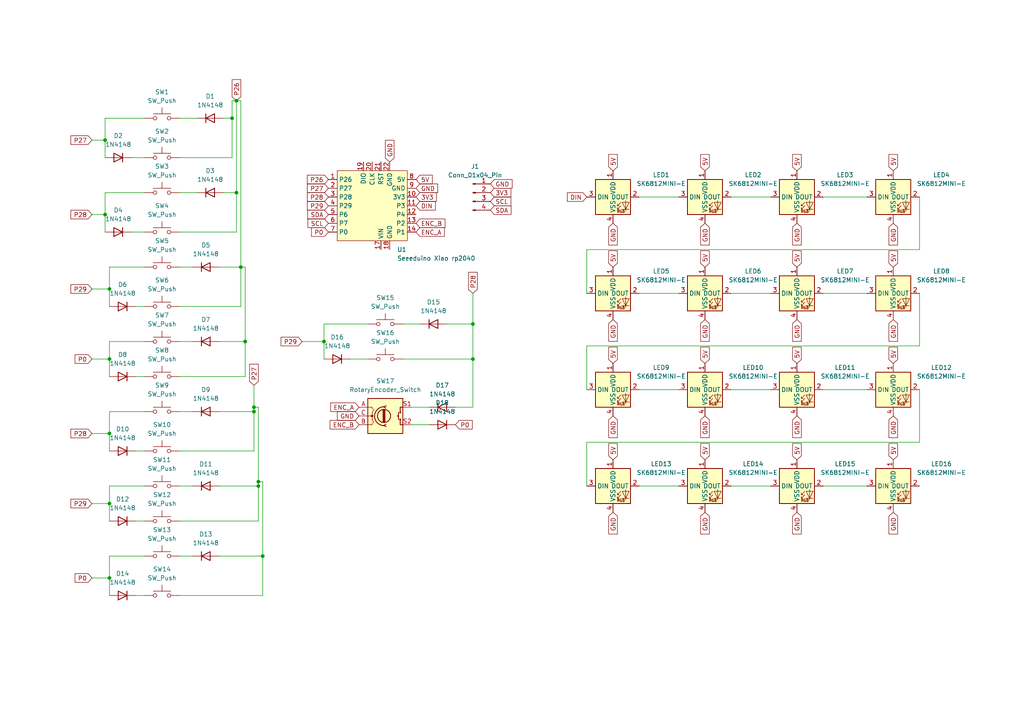
<source format=kicad_sch>
(kicad_sch
	(version 20250114)
	(generator "eeschema")
	(generator_version "9.0")
	(uuid "e3ea84d7-ec77-4f06-8c46-066baccd7c31")
	(paper "A4")
	(lib_symbols
		(symbol "Connector:Conn_01x04_Pin"
			(pin_names
				(offset 1.016)
				(hide yes)
			)
			(exclude_from_sim no)
			(in_bom yes)
			(on_board yes)
			(property "Reference" "J"
				(at 0 5.08 0)
				(effects
					(font
						(size 1.27 1.27)
					)
				)
			)
			(property "Value" "Conn_01x04_Pin"
				(at 0 -7.62 0)
				(effects
					(font
						(size 1.27 1.27)
					)
				)
			)
			(property "Footprint" ""
				(at 0 0 0)
				(effects
					(font
						(size 1.27 1.27)
					)
					(hide yes)
				)
			)
			(property "Datasheet" "~"
				(at 0 0 0)
				(effects
					(font
						(size 1.27 1.27)
					)
					(hide yes)
				)
			)
			(property "Description" "Generic connector, single row, 01x04, script generated"
				(at 0 0 0)
				(effects
					(font
						(size 1.27 1.27)
					)
					(hide yes)
				)
			)
			(property "ki_locked" ""
				(at 0 0 0)
				(effects
					(font
						(size 1.27 1.27)
					)
				)
			)
			(property "ki_keywords" "connector"
				(at 0 0 0)
				(effects
					(font
						(size 1.27 1.27)
					)
					(hide yes)
				)
			)
			(property "ki_fp_filters" "Connector*:*_1x??_*"
				(at 0 0 0)
				(effects
					(font
						(size 1.27 1.27)
					)
					(hide yes)
				)
			)
			(symbol "Conn_01x04_Pin_1_1"
				(rectangle
					(start 0.8636 2.667)
					(end 0 2.413)
					(stroke
						(width 0.1524)
						(type default)
					)
					(fill
						(type outline)
					)
				)
				(rectangle
					(start 0.8636 0.127)
					(end 0 -0.127)
					(stroke
						(width 0.1524)
						(type default)
					)
					(fill
						(type outline)
					)
				)
				(rectangle
					(start 0.8636 -2.413)
					(end 0 -2.667)
					(stroke
						(width 0.1524)
						(type default)
					)
					(fill
						(type outline)
					)
				)
				(rectangle
					(start 0.8636 -4.953)
					(end 0 -5.207)
					(stroke
						(width 0.1524)
						(type default)
					)
					(fill
						(type outline)
					)
				)
				(polyline
					(pts
						(xy 1.27 2.54) (xy 0.8636 2.54)
					)
					(stroke
						(width 0.1524)
						(type default)
					)
					(fill
						(type none)
					)
				)
				(polyline
					(pts
						(xy 1.27 0) (xy 0.8636 0)
					)
					(stroke
						(width 0.1524)
						(type default)
					)
					(fill
						(type none)
					)
				)
				(polyline
					(pts
						(xy 1.27 -2.54) (xy 0.8636 -2.54)
					)
					(stroke
						(width 0.1524)
						(type default)
					)
					(fill
						(type none)
					)
				)
				(polyline
					(pts
						(xy 1.27 -5.08) (xy 0.8636 -5.08)
					)
					(stroke
						(width 0.1524)
						(type default)
					)
					(fill
						(type none)
					)
				)
				(pin passive line
					(at 5.08 2.54 180)
					(length 3.81)
					(name "Pin_1"
						(effects
							(font
								(size 1.27 1.27)
							)
						)
					)
					(number "1"
						(effects
							(font
								(size 1.27 1.27)
							)
						)
					)
				)
				(pin passive line
					(at 5.08 0 180)
					(length 3.81)
					(name "Pin_2"
						(effects
							(font
								(size 1.27 1.27)
							)
						)
					)
					(number "2"
						(effects
							(font
								(size 1.27 1.27)
							)
						)
					)
				)
				(pin passive line
					(at 5.08 -2.54 180)
					(length 3.81)
					(name "Pin_3"
						(effects
							(font
								(size 1.27 1.27)
							)
						)
					)
					(number "3"
						(effects
							(font
								(size 1.27 1.27)
							)
						)
					)
				)
				(pin passive line
					(at 5.08 -5.08 180)
					(length 3.81)
					(name "Pin_4"
						(effects
							(font
								(size 1.27 1.27)
							)
						)
					)
					(number "4"
						(effects
							(font
								(size 1.27 1.27)
							)
						)
					)
				)
			)
			(embedded_fonts no)
		)
		(symbol "Device:RotaryEncoder_Switch"
			(pin_names
				(offset 0.254)
				(hide yes)
			)
			(exclude_from_sim no)
			(in_bom yes)
			(on_board yes)
			(property "Reference" "SW"
				(at 0 6.604 0)
				(effects
					(font
						(size 1.27 1.27)
					)
				)
			)
			(property "Value" "RotaryEncoder_Switch"
				(at 0 -6.604 0)
				(effects
					(font
						(size 1.27 1.27)
					)
				)
			)
			(property "Footprint" ""
				(at -3.81 4.064 0)
				(effects
					(font
						(size 1.27 1.27)
					)
					(hide yes)
				)
			)
			(property "Datasheet" "~"
				(at 0 6.604 0)
				(effects
					(font
						(size 1.27 1.27)
					)
					(hide yes)
				)
			)
			(property "Description" "Rotary encoder, dual channel, incremental quadrate outputs, with switch"
				(at 0 0 0)
				(effects
					(font
						(size 1.27 1.27)
					)
					(hide yes)
				)
			)
			(property "ki_keywords" "rotary switch encoder switch push button"
				(at 0 0 0)
				(effects
					(font
						(size 1.27 1.27)
					)
					(hide yes)
				)
			)
			(property "ki_fp_filters" "RotaryEncoder*Switch*"
				(at 0 0 0)
				(effects
					(font
						(size 1.27 1.27)
					)
					(hide yes)
				)
			)
			(symbol "RotaryEncoder_Switch_0_1"
				(rectangle
					(start -5.08 5.08)
					(end 5.08 -5.08)
					(stroke
						(width 0.254)
						(type default)
					)
					(fill
						(type background)
					)
				)
				(polyline
					(pts
						(xy -5.08 2.54) (xy -3.81 2.54) (xy -3.81 2.032)
					)
					(stroke
						(width 0)
						(type default)
					)
					(fill
						(type none)
					)
				)
				(polyline
					(pts
						(xy -5.08 0) (xy -3.81 0) (xy -3.81 -1.016) (xy -3.302 -2.032)
					)
					(stroke
						(width 0)
						(type default)
					)
					(fill
						(type none)
					)
				)
				(polyline
					(pts
						(xy -5.08 -2.54) (xy -3.81 -2.54) (xy -3.81 -2.032)
					)
					(stroke
						(width 0)
						(type default)
					)
					(fill
						(type none)
					)
				)
				(polyline
					(pts
						(xy -4.318 0) (xy -3.81 0) (xy -3.81 1.016) (xy -3.302 2.032)
					)
					(stroke
						(width 0)
						(type default)
					)
					(fill
						(type none)
					)
				)
				(circle
					(center -3.81 0)
					(radius 0.254)
					(stroke
						(width 0)
						(type default)
					)
					(fill
						(type outline)
					)
				)
				(polyline
					(pts
						(xy -0.635 -1.778) (xy -0.635 1.778)
					)
					(stroke
						(width 0.254)
						(type default)
					)
					(fill
						(type none)
					)
				)
				(circle
					(center -0.381 0)
					(radius 1.905)
					(stroke
						(width 0.254)
						(type default)
					)
					(fill
						(type none)
					)
				)
				(polyline
					(pts
						(xy -0.381 -1.778) (xy -0.381 1.778)
					)
					(stroke
						(width 0.254)
						(type default)
					)
					(fill
						(type none)
					)
				)
				(arc
					(start -0.381 -2.794)
					(mid -3.0988 -0.0635)
					(end -0.381 2.667)
					(stroke
						(width 0.254)
						(type default)
					)
					(fill
						(type none)
					)
				)
				(polyline
					(pts
						(xy -0.127 1.778) (xy -0.127 -1.778)
					)
					(stroke
						(width 0.254)
						(type default)
					)
					(fill
						(type none)
					)
				)
				(polyline
					(pts
						(xy 0.254 2.921) (xy -0.508 2.667) (xy 0.127 2.286)
					)
					(stroke
						(width 0.254)
						(type default)
					)
					(fill
						(type none)
					)
				)
				(polyline
					(pts
						(xy 0.254 -3.048) (xy -0.508 -2.794) (xy 0.127 -2.413)
					)
					(stroke
						(width 0.254)
						(type default)
					)
					(fill
						(type none)
					)
				)
				(polyline
					(pts
						(xy 3.81 1.016) (xy 3.81 -1.016)
					)
					(stroke
						(width 0.254)
						(type default)
					)
					(fill
						(type none)
					)
				)
				(polyline
					(pts
						(xy 3.81 0) (xy 3.429 0)
					)
					(stroke
						(width 0.254)
						(type default)
					)
					(fill
						(type none)
					)
				)
				(circle
					(center 4.318 1.016)
					(radius 0.127)
					(stroke
						(width 0.254)
						(type default)
					)
					(fill
						(type none)
					)
				)
				(circle
					(center 4.318 -1.016)
					(radius 0.127)
					(stroke
						(width 0.254)
						(type default)
					)
					(fill
						(type none)
					)
				)
				(polyline
					(pts
						(xy 5.08 2.54) (xy 4.318 2.54) (xy 4.318 1.016)
					)
					(stroke
						(width 0.254)
						(type default)
					)
					(fill
						(type none)
					)
				)
				(polyline
					(pts
						(xy 5.08 -2.54) (xy 4.318 -2.54) (xy 4.318 -1.016)
					)
					(stroke
						(width 0.254)
						(type default)
					)
					(fill
						(type none)
					)
				)
			)
			(symbol "RotaryEncoder_Switch_1_1"
				(pin passive line
					(at -7.62 2.54 0)
					(length 2.54)
					(name "A"
						(effects
							(font
								(size 1.27 1.27)
							)
						)
					)
					(number "A"
						(effects
							(font
								(size 1.27 1.27)
							)
						)
					)
				)
				(pin passive line
					(at -7.62 0 0)
					(length 2.54)
					(name "C"
						(effects
							(font
								(size 1.27 1.27)
							)
						)
					)
					(number "C"
						(effects
							(font
								(size 1.27 1.27)
							)
						)
					)
				)
				(pin passive line
					(at -7.62 -2.54 0)
					(length 2.54)
					(name "B"
						(effects
							(font
								(size 1.27 1.27)
							)
						)
					)
					(number "B"
						(effects
							(font
								(size 1.27 1.27)
							)
						)
					)
				)
				(pin passive line
					(at 7.62 2.54 180)
					(length 2.54)
					(name "S1"
						(effects
							(font
								(size 1.27 1.27)
							)
						)
					)
					(number "S1"
						(effects
							(font
								(size 1.27 1.27)
							)
						)
					)
				)
				(pin passive line
					(at 7.62 -2.54 180)
					(length 2.54)
					(name "S2"
						(effects
							(font
								(size 1.27 1.27)
							)
						)
					)
					(number "S2"
						(effects
							(font
								(size 1.27 1.27)
							)
						)
					)
				)
			)
			(embedded_fonts no)
		)
		(symbol "Diode:1N4148"
			(pin_numbers
				(hide yes)
			)
			(pin_names
				(hide yes)
			)
			(exclude_from_sim no)
			(in_bom yes)
			(on_board yes)
			(property "Reference" "D"
				(at 0 2.54 0)
				(effects
					(font
						(size 1.27 1.27)
					)
				)
			)
			(property "Value" "1N4148"
				(at 0 -2.54 0)
				(effects
					(font
						(size 1.27 1.27)
					)
				)
			)
			(property "Footprint" "Diode_THT:D_DO-35_SOD27_P7.62mm_Horizontal"
				(at 0 0 0)
				(effects
					(font
						(size 1.27 1.27)
					)
					(hide yes)
				)
			)
			(property "Datasheet" "https://assets.nexperia.com/documents/data-sheet/1N4148_1N4448.pdf"
				(at 0 0 0)
				(effects
					(font
						(size 1.27 1.27)
					)
					(hide yes)
				)
			)
			(property "Description" "100V 0.15A standard switching diode, DO-35"
				(at 0 0 0)
				(effects
					(font
						(size 1.27 1.27)
					)
					(hide yes)
				)
			)
			(property "Sim.Device" "D"
				(at 0 0 0)
				(effects
					(font
						(size 1.27 1.27)
					)
					(hide yes)
				)
			)
			(property "Sim.Pins" "1=K 2=A"
				(at 0 0 0)
				(effects
					(font
						(size 1.27 1.27)
					)
					(hide yes)
				)
			)
			(property "ki_keywords" "diode"
				(at 0 0 0)
				(effects
					(font
						(size 1.27 1.27)
					)
					(hide yes)
				)
			)
			(property "ki_fp_filters" "D*DO?35*"
				(at 0 0 0)
				(effects
					(font
						(size 1.27 1.27)
					)
					(hide yes)
				)
			)
			(symbol "1N4148_0_1"
				(polyline
					(pts
						(xy -1.27 1.27) (xy -1.27 -1.27)
					)
					(stroke
						(width 0.254)
						(type default)
					)
					(fill
						(type none)
					)
				)
				(polyline
					(pts
						(xy 1.27 1.27) (xy 1.27 -1.27) (xy -1.27 0) (xy 1.27 1.27)
					)
					(stroke
						(width 0.254)
						(type default)
					)
					(fill
						(type none)
					)
				)
				(polyline
					(pts
						(xy 1.27 0) (xy -1.27 0)
					)
					(stroke
						(width 0)
						(type default)
					)
					(fill
						(type none)
					)
				)
			)
			(symbol "1N4148_1_1"
				(pin passive line
					(at -3.81 0 0)
					(length 2.54)
					(name "K"
						(effects
							(font
								(size 1.27 1.27)
							)
						)
					)
					(number "1"
						(effects
							(font
								(size 1.27 1.27)
							)
						)
					)
				)
				(pin passive line
					(at 3.81 0 180)
					(length 2.54)
					(name "A"
						(effects
							(font
								(size 1.27 1.27)
							)
						)
					)
					(number "2"
						(effects
							(font
								(size 1.27 1.27)
							)
						)
					)
				)
			)
			(embedded_fonts no)
		)
		(symbol "PCM_marbastlib-promicroish:Seeeduino_Xiao_rp2040"
			(exclude_from_sim no)
			(in_bom no)
			(on_board yes)
			(property "Reference" "U"
				(at -10.16 -12.7 0)
				(effects
					(font
						(size 1.27 1.27)
					)
				)
			)
			(property "Value" "Seeeduino Xiao rp2040"
				(at -10.16 -15.24 0)
				(effects
					(font
						(size 1.27 1.27)
					)
				)
			)
			(property "Footprint" "PCM_marbastlib-xp-promicroish:Xiao_rp2040_ACH"
				(at 0 -30.48 0)
				(effects
					(font
						(size 1.27 1.27)
					)
					(hide yes)
				)
			)
			(property "Datasheet" ""
				(at -12.7 7.62 0)
				(effects
					(font
						(size 1.27 1.27)
					)
					(hide yes)
				)
			)
			(property "Description" "Symbol for a Seeeduino Xiao rp2040"
				(at 0 0 0)
				(effects
					(font
						(size 1.27 1.27)
					)
					(hide yes)
				)
			)
			(symbol "Seeeduino_Xiao_rp2040_1_0"
				(pin bidirectional line
					(at -12.7 7.62 0)
					(length 2.54)
					(name "P26"
						(effects
							(font
								(size 1.27 1.27)
							)
						)
					)
					(number "1"
						(effects
							(font
								(size 1.27 1.27)
							)
						)
					)
				)
				(pin bidirectional line
					(at -12.7 5.08 0)
					(length 2.54)
					(name "P27"
						(effects
							(font
								(size 1.27 1.27)
							)
						)
					)
					(number "2"
						(effects
							(font
								(size 1.27 1.27)
							)
						)
					)
				)
				(pin bidirectional line
					(at -12.7 2.54 0)
					(length 2.54)
					(name "P28"
						(effects
							(font
								(size 1.27 1.27)
							)
						)
					)
					(number "3"
						(effects
							(font
								(size 1.27 1.27)
							)
						)
					)
				)
				(pin bidirectional line
					(at -12.7 0 0)
					(length 2.54)
					(name "P29"
						(effects
							(font
								(size 1.27 1.27)
							)
						)
					)
					(number "4"
						(effects
							(font
								(size 1.27 1.27)
							)
						)
					)
				)
				(pin bidirectional line
					(at -12.7 -2.54 0)
					(length 2.54)
					(name "P6"
						(effects
							(font
								(size 1.27 1.27)
							)
						)
					)
					(number "5"
						(effects
							(font
								(size 1.27 1.27)
							)
						)
					)
				)
				(pin bidirectional line
					(at -12.7 -5.08 0)
					(length 2.54)
					(name "P7"
						(effects
							(font
								(size 1.27 1.27)
							)
						)
					)
					(number "6"
						(effects
							(font
								(size 1.27 1.27)
							)
						)
					)
				)
				(pin bidirectional line
					(at -12.7 -7.62 0)
					(length 2.54)
					(name "P0"
						(effects
							(font
								(size 1.27 1.27)
							)
						)
					)
					(number "7"
						(effects
							(font
								(size 1.27 1.27)
							)
						)
					)
				)
				(pin bidirectional line
					(at -2.54 12.7 270)
					(length 2.54)
					(name "DIO"
						(effects
							(font
								(size 1.27 1.27)
							)
						)
					)
					(number "19"
						(effects
							(font
								(size 1.27 1.27)
							)
						)
					)
				)
				(pin bidirectional line
					(at 0 12.7 270)
					(length 2.54)
					(name "CLK"
						(effects
							(font
								(size 1.27 1.27)
							)
						)
					)
					(number "20"
						(effects
							(font
								(size 1.27 1.27)
							)
						)
					)
				)
				(pin bidirectional line
					(at 2.54 12.7 270)
					(length 2.54)
					(name "RST"
						(effects
							(font
								(size 1.27 1.27)
							)
						)
					)
					(number "21"
						(effects
							(font
								(size 1.27 1.27)
							)
						)
					)
				)
				(pin power_in line
					(at 2.54 -12.7 90)
					(length 2.54)
					(name "VIN"
						(effects
							(font
								(size 1.27 1.27)
							)
						)
					)
					(number "17"
						(effects
							(font
								(size 1.27 1.27)
							)
						)
					)
				)
				(pin power_out line
					(at 5.08 12.7 270)
					(length 2.54)
					(name "GND"
						(effects
							(font
								(size 1.27 1.27)
							)
						)
					)
					(number "22"
						(effects
							(font
								(size 1.27 1.27)
							)
						)
					)
				)
				(pin power_in line
					(at 5.08 -12.7 90)
					(length 2.54)
					(name "GND"
						(effects
							(font
								(size 1.27 1.27)
							)
						)
					)
					(number "18"
						(effects
							(font
								(size 1.27 1.27)
							)
						)
					)
				)
				(pin power_out line
					(at 12.7 7.62 180)
					(length 2.54)
					(name "5V"
						(effects
							(font
								(size 1.27 1.27)
							)
						)
					)
					(number "8"
						(effects
							(font
								(size 1.27 1.27)
							)
						)
					)
				)
				(pin power_out line
					(at 12.7 5.08 180)
					(length 2.54)
					(name "GND"
						(effects
							(font
								(size 1.27 1.27)
							)
						)
					)
					(number "9"
						(effects
							(font
								(size 1.27 1.27)
							)
						)
					)
				)
				(pin power_out line
					(at 12.7 2.54 180)
					(length 2.54)
					(name "3V3"
						(effects
							(font
								(size 1.27 1.27)
							)
						)
					)
					(number "10"
						(effects
							(font
								(size 1.27 1.27)
							)
						)
					)
				)
				(pin bidirectional line
					(at 12.7 0 180)
					(length 2.54)
					(name "P3"
						(effects
							(font
								(size 1.27 1.27)
							)
						)
					)
					(number "11"
						(effects
							(font
								(size 1.27 1.27)
							)
						)
					)
				)
				(pin bidirectional line
					(at 12.7 -2.54 180)
					(length 2.54)
					(name "P4"
						(effects
							(font
								(size 1.27 1.27)
							)
						)
					)
					(number "12"
						(effects
							(font
								(size 1.27 1.27)
							)
						)
					)
				)
				(pin bidirectional line
					(at 12.7 -5.08 180)
					(length 2.54)
					(name "P2"
						(effects
							(font
								(size 1.27 1.27)
							)
						)
					)
					(number "13"
						(effects
							(font
								(size 1.27 1.27)
							)
						)
					)
				)
				(pin bidirectional line
					(at 12.7 -7.62 180)
					(length 2.54)
					(name "P1"
						(effects
							(font
								(size 1.27 1.27)
							)
						)
					)
					(number "14"
						(effects
							(font
								(size 1.27 1.27)
							)
						)
					)
				)
			)
			(symbol "Seeeduino_Xiao_rp2040_1_1"
				(rectangle
					(start -10.16 10.16)
					(end 10.16 -10.16)
					(stroke
						(width 0)
						(type default)
					)
					(fill
						(type background)
					)
				)
			)
			(embedded_fonts no)
		)
		(symbol "PCM_marbastlib-various:SK6812MINI-E"
			(exclude_from_sim no)
			(in_bom yes)
			(on_board yes)
			(property "Reference" "LED"
				(at 2.54 6.35 0)
				(effects
					(font
						(size 1.27 1.27)
					)
				)
			)
			(property "Value" "SK6812MINI-E"
				(at 7.62 -6.35 0)
				(effects
					(font
						(size 1.27 1.27)
					)
				)
			)
			(property "Footprint" "PCM_marbastlib-various:LED_6028R"
				(at 0 0 0)
				(effects
					(font
						(size 1.27 1.27)
					)
					(hide yes)
				)
			)
			(property "Datasheet" ""
				(at 0 0 0)
				(effects
					(font
						(size 1.27 1.27)
					)
					(hide yes)
				)
			)
			(property "Description" "Reverse mount adressable LED (WS2812 protocol)"
				(at 0 0 0)
				(effects
					(font
						(size 1.27 1.27)
					)
					(hide yes)
				)
			)
			(property "ki_keywords" "reverse mount led revmount rgb"
				(at 0 0 0)
				(effects
					(font
						(size 1.27 1.27)
					)
					(hide yes)
				)
			)
			(symbol "SK6812MINI-E_0_0"
				(text "RGB"
					(at 2.286 -4.191 0)
					(effects
						(font
							(size 0.762 0.762)
						)
					)
				)
			)
			(symbol "SK6812MINI-E_0_1"
				(polyline
					(pts
						(xy 1.27 -2.54) (xy 1.778 -2.54)
					)
					(stroke
						(width 0)
						(type default)
					)
					(fill
						(type none)
					)
				)
				(polyline
					(pts
						(xy 1.27 -3.556) (xy 1.778 -3.556)
					)
					(stroke
						(width 0)
						(type default)
					)
					(fill
						(type none)
					)
				)
				(polyline
					(pts
						(xy 2.286 -1.524) (xy 1.27 -2.54) (xy 1.27 -2.032)
					)
					(stroke
						(width 0)
						(type default)
					)
					(fill
						(type none)
					)
				)
				(polyline
					(pts
						(xy 2.286 -2.54) (xy 1.27 -3.556) (xy 1.27 -3.048)
					)
					(stroke
						(width 0)
						(type default)
					)
					(fill
						(type none)
					)
				)
				(polyline
					(pts
						(xy 3.683 -1.016) (xy 3.683 -3.556) (xy 3.683 -4.064)
					)
					(stroke
						(width 0)
						(type default)
					)
					(fill
						(type none)
					)
				)
				(polyline
					(pts
						(xy 4.699 -1.524) (xy 2.667 -1.524) (xy 3.683 -3.556) (xy 4.699 -1.524)
					)
					(stroke
						(width 0)
						(type default)
					)
					(fill
						(type none)
					)
				)
				(polyline
					(pts
						(xy 4.699 -3.556) (xy 2.667 -3.556)
					)
					(stroke
						(width 0)
						(type default)
					)
					(fill
						(type none)
					)
				)
				(rectangle
					(start 5.08 5.08)
					(end -5.08 -5.08)
					(stroke
						(width 0.254)
						(type default)
					)
					(fill
						(type background)
					)
				)
			)
			(symbol "SK6812MINI-E_1_1"
				(pin input line
					(at -7.62 0 0)
					(length 2.54)
					(name "DIN"
						(effects
							(font
								(size 1.27 1.27)
							)
						)
					)
					(number "3"
						(effects
							(font
								(size 1.27 1.27)
							)
						)
					)
				)
				(pin power_in line
					(at 0 7.62 270)
					(length 2.54)
					(name "VDD"
						(effects
							(font
								(size 1.27 1.27)
							)
						)
					)
					(number "1"
						(effects
							(font
								(size 1.27 1.27)
							)
						)
					)
				)
				(pin power_in line
					(at 0 -7.62 90)
					(length 2.54)
					(name "VSS"
						(effects
							(font
								(size 1.27 1.27)
							)
						)
					)
					(number "4"
						(effects
							(font
								(size 1.27 1.27)
							)
						)
					)
				)
				(pin output line
					(at 7.62 0 180)
					(length 2.54)
					(name "DOUT"
						(effects
							(font
								(size 1.27 1.27)
							)
						)
					)
					(number "2"
						(effects
							(font
								(size 1.27 1.27)
							)
						)
					)
				)
			)
			(embedded_fonts no)
		)
		(symbol "Switch:SW_Push"
			(pin_numbers
				(hide yes)
			)
			(pin_names
				(offset 1.016)
				(hide yes)
			)
			(exclude_from_sim no)
			(in_bom yes)
			(on_board yes)
			(property "Reference" "SW"
				(at 1.27 2.54 0)
				(effects
					(font
						(size 1.27 1.27)
					)
					(justify left)
				)
			)
			(property "Value" "SW_Push"
				(at 0 -1.524 0)
				(effects
					(font
						(size 1.27 1.27)
					)
				)
			)
			(property "Footprint" ""
				(at 0 5.08 0)
				(effects
					(font
						(size 1.27 1.27)
					)
					(hide yes)
				)
			)
			(property "Datasheet" "~"
				(at 0 5.08 0)
				(effects
					(font
						(size 1.27 1.27)
					)
					(hide yes)
				)
			)
			(property "Description" "Push button switch, generic, two pins"
				(at 0 0 0)
				(effects
					(font
						(size 1.27 1.27)
					)
					(hide yes)
				)
			)
			(property "ki_keywords" "switch normally-open pushbutton push-button"
				(at 0 0 0)
				(effects
					(font
						(size 1.27 1.27)
					)
					(hide yes)
				)
			)
			(symbol "SW_Push_0_1"
				(circle
					(center -2.032 0)
					(radius 0.508)
					(stroke
						(width 0)
						(type default)
					)
					(fill
						(type none)
					)
				)
				(polyline
					(pts
						(xy 0 1.27) (xy 0 3.048)
					)
					(stroke
						(width 0)
						(type default)
					)
					(fill
						(type none)
					)
				)
				(circle
					(center 2.032 0)
					(radius 0.508)
					(stroke
						(width 0)
						(type default)
					)
					(fill
						(type none)
					)
				)
				(polyline
					(pts
						(xy 2.54 1.27) (xy -2.54 1.27)
					)
					(stroke
						(width 0)
						(type default)
					)
					(fill
						(type none)
					)
				)
				(pin passive line
					(at -5.08 0 0)
					(length 2.54)
					(name "1"
						(effects
							(font
								(size 1.27 1.27)
							)
						)
					)
					(number "1"
						(effects
							(font
								(size 1.27 1.27)
							)
						)
					)
				)
				(pin passive line
					(at 5.08 0 180)
					(length 2.54)
					(name "2"
						(effects
							(font
								(size 1.27 1.27)
							)
						)
					)
					(number "2"
						(effects
							(font
								(size 1.27 1.27)
							)
						)
					)
				)
			)
			(embedded_fonts no)
		)
	)
	(junction
		(at 31.75 125.73)
		(diameter 0)
		(color 0 0 0 0)
		(uuid "0f01036b-bb22-4e93-9eee-620bce468c80")
	)
	(junction
		(at 67.31 34.29)
		(diameter 0)
		(color 0 0 0 0)
		(uuid "115365df-b5d1-48bb-b809-efb250500018")
	)
	(junction
		(at 74.93 140.97)
		(diameter 0)
		(color 0 0 0 0)
		(uuid "1e024928-4bb8-43ae-b3c9-e7f59367e020")
	)
	(junction
		(at 30.48 62.23)
		(diameter 0)
		(color 0 0 0 0)
		(uuid "39187e6e-04ca-4ad9-9cf1-9258a661c00d")
	)
	(junction
		(at 137.16 104.14)
		(diameter 0)
		(color 0 0 0 0)
		(uuid "3a6fd213-8b78-4aea-8ee6-5c23df4d9b18")
	)
	(junction
		(at 71.12 99.06)
		(diameter 0)
		(color 0 0 0 0)
		(uuid "3eea43dd-0729-4dd7-b292-4aa24b0f9f01")
	)
	(junction
		(at 73.66 118.11)
		(diameter 0)
		(color 0 0 0 0)
		(uuid "4125bedd-aa02-4940-8503-da5cd435e767")
	)
	(junction
		(at 31.75 104.14)
		(diameter 0)
		(color 0 0 0 0)
		(uuid "5bad6c43-dba3-4857-a719-93f6a7de5532")
	)
	(junction
		(at 74.93 139.7)
		(diameter 0)
		(color 0 0 0 0)
		(uuid "6055c3e7-bd7c-471e-98fc-ac1f132396aa")
	)
	(junction
		(at 31.75 146.05)
		(diameter 0)
		(color 0 0 0 0)
		(uuid "955e4705-6d5d-4484-a6cb-f3e412cb981d")
	)
	(junction
		(at 76.2 161.29)
		(diameter 0)
		(color 0 0 0 0)
		(uuid "9a8d448b-bf5a-4fc1-929d-27aca65a6387")
	)
	(junction
		(at 68.58 29.21)
		(diameter 0)
		(color 0 0 0 0)
		(uuid "a075905b-b6b8-4058-a25d-4cb8ecf5521b")
	)
	(junction
		(at 31.75 83.82)
		(diameter 0)
		(color 0 0 0 0)
		(uuid "afccfc09-52be-4578-9068-1722b8188abd")
	)
	(junction
		(at 93.98 99.06)
		(diameter 0)
		(color 0 0 0 0)
		(uuid "b1cf5118-2203-4002-91ce-55ddfaa6d926")
	)
	(junction
		(at 69.85 77.47)
		(diameter 0)
		(color 0 0 0 0)
		(uuid "bd4395af-1c22-4d74-94f5-5f954328cab9")
	)
	(junction
		(at 137.16 93.98)
		(diameter 0)
		(color 0 0 0 0)
		(uuid "cd1a3966-87a1-481e-871c-62f37a7d261d")
	)
	(junction
		(at 30.48 40.64)
		(diameter 0)
		(color 0 0 0 0)
		(uuid "de3fb809-10b1-4bc0-a11c-ae77cf0627f9")
	)
	(junction
		(at 31.75 167.64)
		(diameter 0)
		(color 0 0 0 0)
		(uuid "e5127e22-539c-4c25-bd78-0df93a1aa7ee")
	)
	(junction
		(at 68.58 55.88)
		(diameter 0)
		(color 0 0 0 0)
		(uuid "f2691e0b-58b0-45d2-8cdf-279350a2d26a")
	)
	(junction
		(at 73.66 119.38)
		(diameter 0)
		(color 0 0 0 0)
		(uuid "f7d9e167-3dda-4fbd-bf48-e5f7a8b2defa")
	)
	(wire
		(pts
			(xy 185.42 113.03) (xy 196.85 113.03)
		)
		(stroke
			(width 0)
			(type default)
		)
		(uuid "00ff1e24-e609-4172-91d1-83fb783c0c2c")
	)
	(wire
		(pts
			(xy 129.54 93.98) (xy 137.16 93.98)
		)
		(stroke
			(width 0)
			(type default)
		)
		(uuid "0266adc9-5a1d-48a7-b837-81fb38d9539a")
	)
	(wire
		(pts
			(xy 41.91 161.29) (xy 31.75 161.29)
		)
		(stroke
			(width 0)
			(type default)
		)
		(uuid "028cc9ed-e97f-4146-9a2e-8b199b3ea997")
	)
	(wire
		(pts
			(xy 93.98 93.98) (xy 93.98 99.06)
		)
		(stroke
			(width 0)
			(type default)
		)
		(uuid "04b7a246-3c7d-4d19-822c-4b33970252a7")
	)
	(wire
		(pts
			(xy 116.84 104.14) (xy 137.16 104.14)
		)
		(stroke
			(width 0)
			(type default)
		)
		(uuid "057bdf51-336c-45b0-9655-4437698c5f68")
	)
	(wire
		(pts
			(xy 67.31 29.21) (xy 68.58 29.21)
		)
		(stroke
			(width 0)
			(type default)
		)
		(uuid "0888c8ff-7788-4118-90cd-96026ecc5b3a")
	)
	(wire
		(pts
			(xy 73.66 111.76) (xy 73.66 118.11)
		)
		(stroke
			(width 0)
			(type default)
		)
		(uuid "0d52955f-7091-4233-990b-c851f905304d")
	)
	(wire
		(pts
			(xy 39.37 88.9) (xy 41.91 88.9)
		)
		(stroke
			(width 0)
			(type default)
		)
		(uuid "133fe098-7a19-454b-a523-ea3a00e621cb")
	)
	(wire
		(pts
			(xy 74.93 139.7) (xy 74.93 140.97)
		)
		(stroke
			(width 0)
			(type default)
		)
		(uuid "14d114cf-752e-47de-b68d-4fca504dd61a")
	)
	(wire
		(pts
			(xy 68.58 29.21) (xy 69.85 29.21)
		)
		(stroke
			(width 0)
			(type default)
		)
		(uuid "152a104e-2ee2-410d-8976-c7e6d185b07f")
	)
	(wire
		(pts
			(xy 38.1 45.72) (xy 41.91 45.72)
		)
		(stroke
			(width 0)
			(type default)
		)
		(uuid "173ed825-89ea-40c9-ae61-2a420dd8d2aa")
	)
	(wire
		(pts
			(xy 73.66 118.11) (xy 73.66 119.38)
		)
		(stroke
			(width 0)
			(type default)
		)
		(uuid "1b311739-a400-4d13-b763-96516102b049")
	)
	(wire
		(pts
			(xy 74.93 139.7) (xy 76.2 139.7)
		)
		(stroke
			(width 0)
			(type default)
		)
		(uuid "1c0bd8a8-422a-4a21-95fd-158a1d471b47")
	)
	(wire
		(pts
			(xy 26.67 125.73) (xy 31.75 125.73)
		)
		(stroke
			(width 0)
			(type default)
		)
		(uuid "1de968c0-4e09-4b83-9355-d05d176732fe")
	)
	(wire
		(pts
			(xy 31.75 99.06) (xy 31.75 104.14)
		)
		(stroke
			(width 0)
			(type default)
		)
		(uuid "222f4295-c168-4cf2-a74e-5346944f3e9e")
	)
	(wire
		(pts
			(xy 41.91 55.88) (xy 30.48 55.88)
		)
		(stroke
			(width 0)
			(type default)
		)
		(uuid "24f80c2f-0e2c-448b-b590-1e0a281c30b2")
	)
	(wire
		(pts
			(xy 137.16 104.14) (xy 137.16 118.11)
		)
		(stroke
			(width 0)
			(type default)
		)
		(uuid "25ce84f1-7ee4-4154-b55b-24183af05ccd")
	)
	(wire
		(pts
			(xy 74.93 151.13) (xy 74.93 140.97)
		)
		(stroke
			(width 0)
			(type default)
		)
		(uuid "2b693cff-6678-41eb-b089-a6b2fedef82d")
	)
	(wire
		(pts
			(xy 52.07 67.31) (xy 68.58 67.31)
		)
		(stroke
			(width 0)
			(type default)
		)
		(uuid "2c1ec0fe-80eb-4451-b8c8-741ad5c24bef")
	)
	(wire
		(pts
			(xy 212.09 113.03) (xy 223.52 113.03)
		)
		(stroke
			(width 0)
			(type default)
		)
		(uuid "323b5d3c-ea78-4c67-9bfe-84c309bda967")
	)
	(wire
		(pts
			(xy 74.93 140.97) (xy 63.5 140.97)
		)
		(stroke
			(width 0)
			(type default)
		)
		(uuid "353c2444-d567-4228-a4d0-48af049e2803")
	)
	(wire
		(pts
			(xy 30.48 40.64) (xy 30.48 45.72)
		)
		(stroke
			(width 0)
			(type default)
		)
		(uuid "36077ea6-5010-44c3-b50d-09da8b4e4246")
	)
	(wire
		(pts
			(xy 26.67 62.23) (xy 30.48 62.23)
		)
		(stroke
			(width 0)
			(type default)
		)
		(uuid "386c5352-cdb3-441b-97f1-9fd5d50dadfe")
	)
	(wire
		(pts
			(xy 116.84 93.98) (xy 121.92 93.98)
		)
		(stroke
			(width 0)
			(type default)
		)
		(uuid "389e22e6-2cff-4bd8-b90b-4fed3e926132")
	)
	(wire
		(pts
			(xy 238.76 113.03) (xy 251.46 113.03)
		)
		(stroke
			(width 0)
			(type default)
		)
		(uuid "39f62d04-9d7d-4001-89f1-47c170f364d6")
	)
	(wire
		(pts
			(xy 67.31 29.21) (xy 67.31 34.29)
		)
		(stroke
			(width 0)
			(type default)
		)
		(uuid "3a19f55e-164b-43af-9f0e-b38254111363")
	)
	(wire
		(pts
			(xy 68.58 29.21) (xy 68.58 55.88)
		)
		(stroke
			(width 0)
			(type default)
		)
		(uuid "3c3fc2c6-7e84-4481-8edb-dd4b3017face")
	)
	(wire
		(pts
			(xy 64.77 34.29) (xy 67.31 34.29)
		)
		(stroke
			(width 0)
			(type default)
		)
		(uuid "3daa02a6-74cd-479e-a0de-dfb5df090e83")
	)
	(wire
		(pts
			(xy 73.66 119.38) (xy 63.5 119.38)
		)
		(stroke
			(width 0)
			(type default)
		)
		(uuid "3e2d233d-1996-4e72-b552-adcb1cfd4615")
	)
	(wire
		(pts
			(xy 185.42 85.09) (xy 196.85 85.09)
		)
		(stroke
			(width 0)
			(type default)
		)
		(uuid "418517fb-d602-4260-91d2-9cff60a7623e")
	)
	(wire
		(pts
			(xy 52.07 161.29) (xy 55.88 161.29)
		)
		(stroke
			(width 0)
			(type default)
		)
		(uuid "43c050a7-f96d-4b62-ab17-44f5cc1f6f40")
	)
	(wire
		(pts
			(xy 30.48 62.23) (xy 30.48 67.31)
		)
		(stroke
			(width 0)
			(type default)
		)
		(uuid "4972b04c-1409-4a37-add7-15ac340ff701")
	)
	(wire
		(pts
			(xy 238.76 140.97) (xy 251.46 140.97)
		)
		(stroke
			(width 0)
			(type default)
		)
		(uuid "4d255eeb-b216-4503-824c-0579f787ab42")
	)
	(wire
		(pts
			(xy 41.91 34.29) (xy 30.48 34.29)
		)
		(stroke
			(width 0)
			(type default)
		)
		(uuid "4d5c1d5c-e2ac-480f-99d9-a4592db3a963")
	)
	(wire
		(pts
			(xy 266.7 57.15) (xy 266.7 72.39)
		)
		(stroke
			(width 0)
			(type default)
		)
		(uuid "4fe634be-7280-419c-93b6-9630e4f5ba94")
	)
	(wire
		(pts
			(xy 68.58 55.88) (xy 64.77 55.88)
		)
		(stroke
			(width 0)
			(type default)
		)
		(uuid "50133120-df37-461a-bae7-633ad5cfc0e4")
	)
	(wire
		(pts
			(xy 39.37 109.22) (xy 41.91 109.22)
		)
		(stroke
			(width 0)
			(type default)
		)
		(uuid "50e5ed35-86ef-4be5-8f7a-e10bc99d2487")
	)
	(wire
		(pts
			(xy 119.38 118.11) (xy 124.46 118.11)
		)
		(stroke
			(width 0)
			(type default)
		)
		(uuid "52368971-7714-4bf9-95d1-a4810a9799b4")
	)
	(wire
		(pts
			(xy 238.76 57.15) (xy 251.46 57.15)
		)
		(stroke
			(width 0)
			(type default)
		)
		(uuid "526339c1-8f64-41c1-b616-060e30dff267")
	)
	(wire
		(pts
			(xy 119.38 123.19) (xy 124.46 123.19)
		)
		(stroke
			(width 0)
			(type default)
		)
		(uuid "53b8f16a-bd47-4f63-b220-483ea51a086d")
	)
	(wire
		(pts
			(xy 31.75 161.29) (xy 31.75 167.64)
		)
		(stroke
			(width 0)
			(type default)
		)
		(uuid "55a50345-dda2-4581-ae0a-ba1717789931")
	)
	(wire
		(pts
			(xy 76.2 172.72) (xy 76.2 161.29)
		)
		(stroke
			(width 0)
			(type default)
		)
		(uuid "5a2c9c9c-22f7-452b-a20c-d59403752ba9")
	)
	(wire
		(pts
			(xy 74.93 118.11) (xy 74.93 139.7)
		)
		(stroke
			(width 0)
			(type default)
		)
		(uuid "5c864009-7393-4b84-bb10-1b9f51e71090")
	)
	(wire
		(pts
			(xy 170.18 128.27) (xy 170.18 140.97)
		)
		(stroke
			(width 0)
			(type default)
		)
		(uuid "5e19dadf-2f93-4e4e-bdd9-cf6dbfb98b82")
	)
	(wire
		(pts
			(xy 212.09 57.15) (xy 223.52 57.15)
		)
		(stroke
			(width 0)
			(type default)
		)
		(uuid "5e68843b-053b-4a9f-a1cd-69de1ae9b30a")
	)
	(wire
		(pts
			(xy 52.07 151.13) (xy 74.93 151.13)
		)
		(stroke
			(width 0)
			(type default)
		)
		(uuid "6216e3b5-0676-4ee6-9be3-b99cae6c25fe")
	)
	(wire
		(pts
			(xy 63.5 99.06) (xy 71.12 99.06)
		)
		(stroke
			(width 0)
			(type default)
		)
		(uuid "62e6781e-8425-456f-8f93-7f12b52b46f7")
	)
	(wire
		(pts
			(xy 212.09 85.09) (xy 223.52 85.09)
		)
		(stroke
			(width 0)
			(type default)
		)
		(uuid "64b32055-26eb-41b0-97c8-0149762f9a3d")
	)
	(wire
		(pts
			(xy 31.75 77.47) (xy 31.75 83.82)
		)
		(stroke
			(width 0)
			(type default)
		)
		(uuid "6a48cfd0-4146-4b85-a342-aa7fbff3b824")
	)
	(wire
		(pts
			(xy 87.63 99.06) (xy 93.98 99.06)
		)
		(stroke
			(width 0)
			(type default)
		)
		(uuid "6e40edf1-ba2b-4c44-baf8-89f4a3993c3c")
	)
	(wire
		(pts
			(xy 69.85 77.47) (xy 71.12 77.47)
		)
		(stroke
			(width 0)
			(type default)
		)
		(uuid "6e4ba372-a06d-4608-8ca0-e265bad55d02")
	)
	(wire
		(pts
			(xy 41.91 77.47) (xy 31.75 77.47)
		)
		(stroke
			(width 0)
			(type default)
		)
		(uuid "6e6a562a-11f7-42c1-88ae-5ed38ceb0077")
	)
	(wire
		(pts
			(xy 30.48 34.29) (xy 30.48 40.64)
		)
		(stroke
			(width 0)
			(type default)
		)
		(uuid "6f5d048f-839e-4add-8643-5e6ccedde0bf")
	)
	(wire
		(pts
			(xy 31.75 83.82) (xy 31.75 88.9)
		)
		(stroke
			(width 0)
			(type default)
		)
		(uuid "7169c7a5-d04c-4b6f-92ed-e1f0de838124")
	)
	(wire
		(pts
			(xy 26.67 83.82) (xy 31.75 83.82)
		)
		(stroke
			(width 0)
			(type default)
		)
		(uuid "7270850c-add0-453e-aef9-1ac2ba3a181e")
	)
	(wire
		(pts
			(xy 52.07 55.88) (xy 57.15 55.88)
		)
		(stroke
			(width 0)
			(type default)
		)
		(uuid "79c5a043-66ec-4015-984d-edbed0b555e1")
	)
	(wire
		(pts
			(xy 69.85 77.47) (xy 69.85 29.21)
		)
		(stroke
			(width 0)
			(type default)
		)
		(uuid "79c76133-f3e2-430a-ac1b-7c24947217d9")
	)
	(wire
		(pts
			(xy 71.12 109.22) (xy 71.12 99.06)
		)
		(stroke
			(width 0)
			(type default)
		)
		(uuid "7cb92bb2-e57c-482b-989f-c2a2bd41b39b")
	)
	(wire
		(pts
			(xy 170.18 72.39) (xy 170.18 85.09)
		)
		(stroke
			(width 0)
			(type default)
		)
		(uuid "80290357-1bd1-4493-8734-dad6aa8bb5e2")
	)
	(wire
		(pts
			(xy 52.07 140.97) (xy 55.88 140.97)
		)
		(stroke
			(width 0)
			(type default)
		)
		(uuid "84e0b8b8-8b8a-4b95-a3e0-4dfa13db0573")
	)
	(wire
		(pts
			(xy 185.42 140.97) (xy 196.85 140.97)
		)
		(stroke
			(width 0)
			(type default)
		)
		(uuid "87a7f548-a3a4-4766-9869-7cbb6a3b2363")
	)
	(wire
		(pts
			(xy 41.91 119.38) (xy 31.75 119.38)
		)
		(stroke
			(width 0)
			(type default)
		)
		(uuid "87bb3285-91a8-4e7f-8aff-191a1d3edb37")
	)
	(wire
		(pts
			(xy 137.16 118.11) (xy 132.08 118.11)
		)
		(stroke
			(width 0)
			(type default)
		)
		(uuid "8c823b15-4878-492a-90e1-a82be96fe841")
	)
	(wire
		(pts
			(xy 52.07 88.9) (xy 69.85 88.9)
		)
		(stroke
			(width 0)
			(type default)
		)
		(uuid "9060846e-4a60-481b-b24b-53ea4fcc7348")
	)
	(wire
		(pts
			(xy 76.2 161.29) (xy 63.5 161.29)
		)
		(stroke
			(width 0)
			(type default)
		)
		(uuid "942395e5-1e32-4f15-ae7f-3b48b072e123")
	)
	(wire
		(pts
			(xy 185.42 57.15) (xy 196.85 57.15)
		)
		(stroke
			(width 0)
			(type default)
		)
		(uuid "94c955a3-bc6b-4ccb-aa23-e0fd27d78e89")
	)
	(wire
		(pts
			(xy 31.75 140.97) (xy 31.75 146.05)
		)
		(stroke
			(width 0)
			(type default)
		)
		(uuid "950de31c-1a76-428c-b58b-4f8c7901596b")
	)
	(wire
		(pts
			(xy 266.7 113.03) (xy 266.7 128.27)
		)
		(stroke
			(width 0)
			(type default)
		)
		(uuid "961edc45-1d8f-444f-9e5a-dff11ee3adf5")
	)
	(wire
		(pts
			(xy 26.67 104.14) (xy 31.75 104.14)
		)
		(stroke
			(width 0)
			(type default)
		)
		(uuid "999c2182-613a-4465-bdd1-fae3d6e2fab5")
	)
	(wire
		(pts
			(xy 170.18 100.33) (xy 170.18 113.03)
		)
		(stroke
			(width 0)
			(type default)
		)
		(uuid "9a434c9f-1526-4e72-a7ca-88e15b5585b2")
	)
	(wire
		(pts
			(xy 106.68 93.98) (xy 93.98 93.98)
		)
		(stroke
			(width 0)
			(type default)
		)
		(uuid "9dfc2a3f-dc2a-41bf-965f-372300c42e20")
	)
	(wire
		(pts
			(xy 26.67 167.64) (xy 31.75 167.64)
		)
		(stroke
			(width 0)
			(type default)
		)
		(uuid "9e54efcc-1d74-4b8f-9e6e-3f31e6dd375b")
	)
	(wire
		(pts
			(xy 68.58 55.88) (xy 68.58 67.31)
		)
		(stroke
			(width 0)
			(type default)
		)
		(uuid "a5be0741-e1fa-438d-813d-fde7ffdb5c02")
	)
	(wire
		(pts
			(xy 26.67 40.64) (xy 30.48 40.64)
		)
		(stroke
			(width 0)
			(type default)
		)
		(uuid "a62aa95e-14e0-446a-8cb9-b96f42713e7e")
	)
	(wire
		(pts
			(xy 52.07 130.81) (xy 73.66 130.81)
		)
		(stroke
			(width 0)
			(type default)
		)
		(uuid "a807fd06-2294-4bc8-852a-195fce45d5a0")
	)
	(wire
		(pts
			(xy 52.07 119.38) (xy 55.88 119.38)
		)
		(stroke
			(width 0)
			(type default)
		)
		(uuid "a8c27cdc-1005-42d2-9df2-402051b0bdb2")
	)
	(wire
		(pts
			(xy 67.31 34.29) (xy 67.31 45.72)
		)
		(stroke
			(width 0)
			(type default)
		)
		(uuid "ab2789f6-cdce-4a87-9e0e-363c35a307d5")
	)
	(wire
		(pts
			(xy 39.37 151.13) (xy 41.91 151.13)
		)
		(stroke
			(width 0)
			(type default)
		)
		(uuid "abc2a66d-ae71-42fa-9b7b-262e6f7b2931")
	)
	(wire
		(pts
			(xy 31.75 104.14) (xy 31.75 109.22)
		)
		(stroke
			(width 0)
			(type default)
		)
		(uuid "ad818197-cd0a-46e5-925a-4c53710e2b09")
	)
	(wire
		(pts
			(xy 31.75 119.38) (xy 31.75 125.73)
		)
		(stroke
			(width 0)
			(type default)
		)
		(uuid "ae50ea32-d691-444f-80d7-27a1126e1a33")
	)
	(wire
		(pts
			(xy 52.07 34.29) (xy 57.15 34.29)
		)
		(stroke
			(width 0)
			(type default)
		)
		(uuid "af4c217f-a2ca-4edb-8b32-6d358ce09e0d")
	)
	(wire
		(pts
			(xy 76.2 139.7) (xy 76.2 161.29)
		)
		(stroke
			(width 0)
			(type default)
		)
		(uuid "b2901c40-9bab-4ea1-be57-90fe3e8bdf2d")
	)
	(wire
		(pts
			(xy 266.7 85.09) (xy 266.7 100.33)
		)
		(stroke
			(width 0)
			(type default)
		)
		(uuid "b3a9f8db-cead-4e79-8ffd-d3d0a1905a42")
	)
	(wire
		(pts
			(xy 39.37 172.72) (xy 41.91 172.72)
		)
		(stroke
			(width 0)
			(type default)
		)
		(uuid "b6961805-869d-47e2-932a-6119f5b93f83")
	)
	(wire
		(pts
			(xy 266.7 100.33) (xy 170.18 100.33)
		)
		(stroke
			(width 0)
			(type default)
		)
		(uuid "b8759933-2d88-4c32-bf80-0cb7943a54b8")
	)
	(wire
		(pts
			(xy 52.07 45.72) (xy 67.31 45.72)
		)
		(stroke
			(width 0)
			(type default)
		)
		(uuid "bdcfe83c-30e8-41b4-8960-4939d2dcac2f")
	)
	(wire
		(pts
			(xy 26.67 146.05) (xy 31.75 146.05)
		)
		(stroke
			(width 0)
			(type default)
		)
		(uuid "c271c87a-d3c4-4df0-86c3-1e5c77745b3b")
	)
	(wire
		(pts
			(xy 212.09 140.97) (xy 223.52 140.97)
		)
		(stroke
			(width 0)
			(type default)
		)
		(uuid "c2f452f2-0106-47b6-b0d9-2947a8ad4512")
	)
	(wire
		(pts
			(xy 31.75 125.73) (xy 31.75 130.81)
		)
		(stroke
			(width 0)
			(type default)
		)
		(uuid "c6ca4a2e-8778-4aea-981a-e495e7123d9d")
	)
	(wire
		(pts
			(xy 52.07 109.22) (xy 71.12 109.22)
		)
		(stroke
			(width 0)
			(type default)
		)
		(uuid "c904f89a-33c1-453b-b498-4b69b8b07416")
	)
	(wire
		(pts
			(xy 238.76 85.09) (xy 251.46 85.09)
		)
		(stroke
			(width 0)
			(type default)
		)
		(uuid "c9bc23a1-e8b3-4037-aea9-6a27df1f1083")
	)
	(wire
		(pts
			(xy 41.91 140.97) (xy 31.75 140.97)
		)
		(stroke
			(width 0)
			(type default)
		)
		(uuid "cef031fe-4c78-46af-9935-3139219304d1")
	)
	(wire
		(pts
			(xy 31.75 146.05) (xy 31.75 151.13)
		)
		(stroke
			(width 0)
			(type default)
		)
		(uuid "d4786561-a12b-44a7-864a-8100924d5677")
	)
	(wire
		(pts
			(xy 73.66 118.11) (xy 74.93 118.11)
		)
		(stroke
			(width 0)
			(type default)
		)
		(uuid "d4e43572-3ba9-4154-bb09-5c6ec6bffeb4")
	)
	(wire
		(pts
			(xy 101.6 104.14) (xy 106.68 104.14)
		)
		(stroke
			(width 0)
			(type default)
		)
		(uuid "d54f6dbd-1097-4480-b627-f23d22f88f48")
	)
	(wire
		(pts
			(xy 52.07 172.72) (xy 76.2 172.72)
		)
		(stroke
			(width 0)
			(type default)
		)
		(uuid "db32fc0d-9faa-4fdf-ade1-303ac237b495")
	)
	(wire
		(pts
			(xy 38.1 67.31) (xy 41.91 67.31)
		)
		(stroke
			(width 0)
			(type default)
		)
		(uuid "dd68fae0-fe84-4d38-a294-f464b54732b3")
	)
	(wire
		(pts
			(xy 52.07 99.06) (xy 55.88 99.06)
		)
		(stroke
			(width 0)
			(type default)
		)
		(uuid "dec820fb-4607-4b4c-9f46-081e88ea31b2")
	)
	(wire
		(pts
			(xy 41.91 99.06) (xy 31.75 99.06)
		)
		(stroke
			(width 0)
			(type default)
		)
		(uuid "e1d72c51-574b-4de1-8202-d175ee930768")
	)
	(wire
		(pts
			(xy 52.07 77.47) (xy 55.88 77.47)
		)
		(stroke
			(width 0)
			(type default)
		)
		(uuid "e4c07514-3e24-4c97-a693-ea6b9935896c")
	)
	(wire
		(pts
			(xy 30.48 55.88) (xy 30.48 62.23)
		)
		(stroke
			(width 0)
			(type default)
		)
		(uuid "e594ec26-65ca-47cf-8f15-5d92d3110844")
	)
	(wire
		(pts
			(xy 31.75 167.64) (xy 31.75 172.72)
		)
		(stroke
			(width 0)
			(type default)
		)
		(uuid "e91db508-452b-465a-811e-c580ed9c66e7")
	)
	(wire
		(pts
			(xy 266.7 128.27) (xy 170.18 128.27)
		)
		(stroke
			(width 0)
			(type default)
		)
		(uuid "ee27cb53-4cbb-4f8c-9268-65355f1892a7")
	)
	(wire
		(pts
			(xy 137.16 93.98) (xy 137.16 85.09)
		)
		(stroke
			(width 0)
			(type default)
		)
		(uuid "f07ed694-b9d1-441d-8406-d5709253e7ee")
	)
	(wire
		(pts
			(xy 73.66 130.81) (xy 73.66 119.38)
		)
		(stroke
			(width 0)
			(type default)
		)
		(uuid "f0b3d0e0-5a6d-44db-9dff-cabbd1f55555")
	)
	(wire
		(pts
			(xy 71.12 77.47) (xy 71.12 99.06)
		)
		(stroke
			(width 0)
			(type default)
		)
		(uuid "f0fc9497-bb90-4b91-9cc5-2104f4c939a4")
	)
	(wire
		(pts
			(xy 63.5 77.47) (xy 69.85 77.47)
		)
		(stroke
			(width 0)
			(type default)
		)
		(uuid "f3d1f86f-0ca3-4111-b028-e478a42e59df")
	)
	(wire
		(pts
			(xy 39.37 130.81) (xy 41.91 130.81)
		)
		(stroke
			(width 0)
			(type default)
		)
		(uuid "f77b94c7-e034-4c46-b341-1536a09f5dca")
	)
	(wire
		(pts
			(xy 69.85 88.9) (xy 69.85 77.47)
		)
		(stroke
			(width 0)
			(type default)
		)
		(uuid "f96467fb-8b96-4745-bfa1-237bcae5c0fc")
	)
	(wire
		(pts
			(xy 137.16 104.14) (xy 137.16 93.98)
		)
		(stroke
			(width 0)
			(type default)
		)
		(uuid "fb2cf126-0bde-4c13-b052-8499f484733c")
	)
	(wire
		(pts
			(xy 266.7 72.39) (xy 170.18 72.39)
		)
		(stroke
			(width 0)
			(type default)
		)
		(uuid "fc09de7d-0cc2-4b98-aae5-7d22b599e32c")
	)
	(wire
		(pts
			(xy 93.98 99.06) (xy 93.98 104.14)
		)
		(stroke
			(width 0)
			(type default)
		)
		(uuid "fc9d7da8-429a-4de7-9dc5-e0349db3f713")
	)
	(global_label "P0"
		(shape input)
		(at 26.67 167.64 180)
		(fields_autoplaced yes)
		(effects
			(font
				(size 1.27 1.27)
			)
			(justify right)
		)
		(uuid "06075f42-44c8-4668-8623-3e39201b5289")
		(property "Intersheetrefs" "${INTERSHEET_REFS}"
			(at 21.2053 167.64 0)
			(effects
				(font
					(size 1.27 1.27)
				)
				(justify right)
				(hide yes)
			)
		)
	)
	(global_label "P27"
		(shape input)
		(at 73.66 111.76 90)
		(fields_autoplaced yes)
		(effects
			(font
				(size 1.27 1.27)
			)
			(justify left)
		)
		(uuid "07ea28c8-3bf2-4453-8c63-128d2c58bed9")
		(property "Intersheetrefs" "${INTERSHEET_REFS}"
			(at 73.66 105.0858 90)
			(effects
				(font
					(size 1.27 1.27)
				)
				(justify left)
				(hide yes)
			)
		)
	)
	(global_label "5V"
		(shape input)
		(at 177.8 105.41 90)
		(fields_autoplaced yes)
		(effects
			(font
				(size 1.27 1.27)
			)
			(justify left)
		)
		(uuid "0838b68c-e9cd-41a5-ae78-0845eab40b2e")
		(property "Intersheetrefs" "${INTERSHEET_REFS}"
			(at 177.8 100.1267 90)
			(effects
				(font
					(size 1.27 1.27)
				)
				(justify left)
				(hide yes)
			)
		)
	)
	(global_label "SCL"
		(shape input)
		(at 142.24 58.42 0)
		(fields_autoplaced yes)
		(effects
			(font
				(size 1.27 1.27)
			)
			(justify left)
		)
		(uuid "0a9833ae-afff-4c60-b810-8836821c5e93")
		(property "Intersheetrefs" "${INTERSHEET_REFS}"
			(at 148.7328 58.42 0)
			(effects
				(font
					(size 1.27 1.27)
				)
				(justify left)
				(hide yes)
			)
		)
	)
	(global_label "P29"
		(shape input)
		(at 87.63 99.06 180)
		(fields_autoplaced yes)
		(effects
			(font
				(size 1.27 1.27)
			)
			(justify right)
		)
		(uuid "0bf8020a-7561-4ddc-8c5e-bd2cf2e86c72")
		(property "Intersheetrefs" "${INTERSHEET_REFS}"
			(at 80.9558 99.06 0)
			(effects
				(font
					(size 1.27 1.27)
				)
				(justify right)
				(hide yes)
			)
		)
	)
	(global_label "GND"
		(shape input)
		(at 259.08 64.77 270)
		(fields_autoplaced yes)
		(effects
			(font
				(size 1.27 1.27)
			)
			(justify right)
		)
		(uuid "0e2b34d3-df16-4778-b92c-5e4dde5eaedd")
		(property "Intersheetrefs" "${INTERSHEET_REFS}"
			(at 259.08 71.6257 90)
			(effects
				(font
					(size 1.27 1.27)
				)
				(justify right)
				(hide yes)
			)
		)
	)
	(global_label "P0"
		(shape input)
		(at 95.25 67.31 180)
		(fields_autoplaced yes)
		(effects
			(font
				(size 1.27 1.27)
			)
			(justify right)
		)
		(uuid "15835402-fb08-4c46-bcaf-284896a259ee")
		(property "Intersheetrefs" "${INTERSHEET_REFS}"
			(at 89.7853 67.31 0)
			(effects
				(font
					(size 1.27 1.27)
				)
				(justify right)
				(hide yes)
			)
		)
	)
	(global_label "ENC_B"
		(shape input)
		(at 120.65 64.77 0)
		(fields_autoplaced yes)
		(effects
			(font
				(size 1.27 1.27)
			)
			(justify left)
		)
		(uuid "1df6f72d-438d-43ae-b65c-ee0cab6105da")
		(property "Intersheetrefs" "${INTERSHEET_REFS}"
			(at 129.6223 64.77 0)
			(effects
				(font
					(size 1.27 1.27)
				)
				(justify left)
				(hide yes)
			)
		)
	)
	(global_label "ENC_A"
		(shape input)
		(at 120.65 67.31 0)
		(fields_autoplaced yes)
		(effects
			(font
				(size 1.27 1.27)
			)
			(justify left)
		)
		(uuid "1e771474-5812-4aad-891d-fbe4f7f7c4f4")
		(property "Intersheetrefs" "${INTERSHEET_REFS}"
			(at 129.4409 67.31 0)
			(effects
				(font
					(size 1.27 1.27)
				)
				(justify left)
				(hide yes)
			)
		)
	)
	(global_label "SCL"
		(shape input)
		(at 95.25 64.77 180)
		(fields_autoplaced yes)
		(effects
			(font
				(size 1.27 1.27)
			)
			(justify right)
		)
		(uuid "1ec0f795-597d-40df-9249-3e3b6ae979af")
		(property "Intersheetrefs" "${INTERSHEET_REFS}"
			(at 88.7572 64.77 0)
			(effects
				(font
					(size 1.27 1.27)
				)
				(justify right)
				(hide yes)
			)
		)
	)
	(global_label "P28"
		(shape input)
		(at 26.67 125.73 180)
		(fields_autoplaced yes)
		(effects
			(font
				(size 1.27 1.27)
			)
			(justify right)
		)
		(uuid "205e03da-75f0-4b1f-bd91-be97222b4090")
		(property "Intersheetrefs" "${INTERSHEET_REFS}"
			(at 19.9958 125.73 0)
			(effects
				(font
					(size 1.27 1.27)
				)
				(justify right)
				(hide yes)
			)
		)
	)
	(global_label "GND"
		(shape input)
		(at 113.03 46.99 90)
		(fields_autoplaced yes)
		(effects
			(font
				(size 1.27 1.27)
			)
			(justify left)
		)
		(uuid "21d84126-0986-4edd-b14a-63aea9790853")
		(property "Intersheetrefs" "${INTERSHEET_REFS}"
			(at 113.03 40.1343 90)
			(effects
				(font
					(size 1.27 1.27)
				)
				(justify left)
				(hide yes)
			)
		)
	)
	(global_label "5V"
		(shape input)
		(at 204.47 77.47 90)
		(fields_autoplaced yes)
		(effects
			(font
				(size 1.27 1.27)
			)
			(justify left)
		)
		(uuid "24071858-508e-40aa-a45a-3e8d89992f0a")
		(property "Intersheetrefs" "${INTERSHEET_REFS}"
			(at 204.47 72.1867 90)
			(effects
				(font
					(size 1.27 1.27)
				)
				(justify left)
				(hide yes)
			)
		)
	)
	(global_label "GND"
		(shape input)
		(at 231.14 120.65 270)
		(fields_autoplaced yes)
		(effects
			(font
				(size 1.27 1.27)
			)
			(justify right)
		)
		(uuid "2887a33e-59f9-49c6-b2f9-d12ffc2b3a0f")
		(property "Intersheetrefs" "${INTERSHEET_REFS}"
			(at 231.14 127.5057 90)
			(effects
				(font
					(size 1.27 1.27)
				)
				(justify right)
				(hide yes)
			)
		)
	)
	(global_label "GND"
		(shape input)
		(at 177.8 120.65 270)
		(fields_autoplaced yes)
		(effects
			(font
				(size 1.27 1.27)
			)
			(justify right)
		)
		(uuid "2fbc21ab-4951-4fee-9514-a3a24652fd9a")
		(property "Intersheetrefs" "${INTERSHEET_REFS}"
			(at 177.8 127.5057 90)
			(effects
				(font
					(size 1.27 1.27)
				)
				(justify right)
				(hide yes)
			)
		)
	)
	(global_label "5V"
		(shape input)
		(at 177.8 133.35 90)
		(fields_autoplaced yes)
		(effects
			(font
				(size 1.27 1.27)
			)
			(justify left)
		)
		(uuid "3277a243-b947-4399-8a5b-51b429c06d55")
		(property "Intersheetrefs" "${INTERSHEET_REFS}"
			(at 177.8 128.0667 90)
			(effects
				(font
					(size 1.27 1.27)
				)
				(justify left)
				(hide yes)
			)
		)
	)
	(global_label "GND"
		(shape input)
		(at 177.8 148.59 270)
		(fields_autoplaced yes)
		(effects
			(font
				(size 1.27 1.27)
			)
			(justify right)
		)
		(uuid "3ae1053f-2990-4ec2-8091-7ffc26d5cf48")
		(property "Intersheetrefs" "${INTERSHEET_REFS}"
			(at 177.8 155.4457 90)
			(effects
				(font
					(size 1.27 1.27)
				)
				(justify right)
				(hide yes)
			)
		)
	)
	(global_label "P0"
		(shape input)
		(at 26.67 104.14 180)
		(fields_autoplaced yes)
		(effects
			(font
				(size 1.27 1.27)
			)
			(justify right)
		)
		(uuid "3d1cd8fb-a482-4a17-bdc5-cb5dc2b4f5d5")
		(property "Intersheetrefs" "${INTERSHEET_REFS}"
			(at 21.2053 104.14 0)
			(effects
				(font
					(size 1.27 1.27)
				)
				(justify right)
				(hide yes)
			)
		)
	)
	(global_label "P29"
		(shape input)
		(at 26.67 83.82 180)
		(fields_autoplaced yes)
		(effects
			(font
				(size 1.27 1.27)
			)
			(justify right)
		)
		(uuid "3e9667da-5aba-4c2b-94b4-6703b8dc1c69")
		(property "Intersheetrefs" "${INTERSHEET_REFS}"
			(at 19.9958 83.82 0)
			(effects
				(font
					(size 1.27 1.27)
				)
				(justify right)
				(hide yes)
			)
		)
	)
	(global_label "5V"
		(shape input)
		(at 259.08 49.53 90)
		(fields_autoplaced yes)
		(effects
			(font
				(size 1.27 1.27)
			)
			(justify left)
		)
		(uuid "4141d47a-72bd-4cce-9b16-053d275418cf")
		(property "Intersheetrefs" "${INTERSHEET_REFS}"
			(at 259.08 44.2467 90)
			(effects
				(font
					(size 1.27 1.27)
				)
				(justify left)
				(hide yes)
			)
		)
	)
	(global_label "GND"
		(shape input)
		(at 104.14 120.65 180)
		(fields_autoplaced yes)
		(effects
			(font
				(size 1.27 1.27)
			)
			(justify right)
		)
		(uuid "421a6c1c-b33a-463f-96c3-ceedda9f6799")
		(property "Intersheetrefs" "${INTERSHEET_REFS}"
			(at 97.2843 120.65 0)
			(effects
				(font
					(size 1.27 1.27)
				)
				(justify right)
				(hide yes)
			)
		)
	)
	(global_label "5V"
		(shape input)
		(at 177.8 49.53 90)
		(fields_autoplaced yes)
		(effects
			(font
				(size 1.27 1.27)
			)
			(justify left)
		)
		(uuid "461795de-77eb-4985-8b18-8c8552519308")
		(property "Intersheetrefs" "${INTERSHEET_REFS}"
			(at 177.8 44.2467 90)
			(effects
				(font
					(size 1.27 1.27)
				)
				(justify left)
				(hide yes)
			)
		)
	)
	(global_label "ENC_B"
		(shape input)
		(at 104.14 123.19 180)
		(fields_autoplaced yes)
		(effects
			(font
				(size 1.27 1.27)
			)
			(justify right)
		)
		(uuid "46eb5c02-5710-4277-afd5-df318fd34a28")
		(property "Intersheetrefs" "${INTERSHEET_REFS}"
			(at 95.1677 123.19 0)
			(effects
				(font
					(size 1.27 1.27)
				)
				(justify right)
				(hide yes)
			)
		)
	)
	(global_label "GND"
		(shape input)
		(at 259.08 148.59 270)
		(fields_autoplaced yes)
		(effects
			(font
				(size 1.27 1.27)
			)
			(justify right)
		)
		(uuid "475c5479-4382-4679-8eba-c55ed6249b56")
		(property "Intersheetrefs" "${INTERSHEET_REFS}"
			(at 259.08 155.4457 90)
			(effects
				(font
					(size 1.27 1.27)
				)
				(justify right)
				(hide yes)
			)
		)
	)
	(global_label "GND"
		(shape input)
		(at 177.8 64.77 270)
		(fields_autoplaced yes)
		(effects
			(font
				(size 1.27 1.27)
			)
			(justify right)
		)
		(uuid "503c118c-165d-4961-be69-eceb6f69afbc")
		(property "Intersheetrefs" "${INTERSHEET_REFS}"
			(at 177.8 71.6257 90)
			(effects
				(font
					(size 1.27 1.27)
				)
				(justify right)
				(hide yes)
			)
		)
	)
	(global_label "GND"
		(shape input)
		(at 204.47 92.71 270)
		(fields_autoplaced yes)
		(effects
			(font
				(size 1.27 1.27)
			)
			(justify right)
		)
		(uuid "57f758a4-d5bf-4275-93a1-afe1798adb69")
		(property "Intersheetrefs" "${INTERSHEET_REFS}"
			(at 204.47 99.5657 90)
			(effects
				(font
					(size 1.27 1.27)
				)
				(justify right)
				(hide yes)
			)
		)
	)
	(global_label "5V"
		(shape input)
		(at 204.47 105.41 90)
		(fields_autoplaced yes)
		(effects
			(font
				(size 1.27 1.27)
			)
			(justify left)
		)
		(uuid "58f2a33d-9c1d-469b-a6e0-ac3fbb989b3c")
		(property "Intersheetrefs" "${INTERSHEET_REFS}"
			(at 204.47 100.1267 90)
			(effects
				(font
					(size 1.27 1.27)
				)
				(justify left)
				(hide yes)
			)
		)
	)
	(global_label "DIN"
		(shape input)
		(at 170.18 57.15 180)
		(fields_autoplaced yes)
		(effects
			(font
				(size 1.27 1.27)
			)
			(justify right)
		)
		(uuid "6340201d-948f-4057-bf57-dcf13a00385c")
		(property "Intersheetrefs" "${INTERSHEET_REFS}"
			(at 163.9895 57.15 0)
			(effects
				(font
					(size 1.27 1.27)
				)
				(justify right)
				(hide yes)
			)
		)
	)
	(global_label "GND"
		(shape input)
		(at 231.14 148.59 270)
		(fields_autoplaced yes)
		(effects
			(font
				(size 1.27 1.27)
			)
			(justify right)
		)
		(uuid "6698ea76-8fe4-422d-bbc1-088ab7988bb5")
		(property "Intersheetrefs" "${INTERSHEET_REFS}"
			(at 231.14 155.4457 90)
			(effects
				(font
					(size 1.27 1.27)
				)
				(justify right)
				(hide yes)
			)
		)
	)
	(global_label "P0"
		(shape input)
		(at 132.08 123.19 0)
		(fields_autoplaced yes)
		(effects
			(font
				(size 1.27 1.27)
			)
			(justify left)
		)
		(uuid "66f8a75a-ad4f-4d4e-9b02-6121210fb9ed")
		(property "Intersheetrefs" "${INTERSHEET_REFS}"
			(at 137.5447 123.19 0)
			(effects
				(font
					(size 1.27 1.27)
				)
				(justify left)
				(hide yes)
			)
		)
	)
	(global_label "GND"
		(shape input)
		(at 177.8 92.71 270)
		(fields_autoplaced yes)
		(effects
			(font
				(size 1.27 1.27)
			)
			(justify right)
		)
		(uuid "69a30f06-b4de-4b53-b334-c079a5e1a7a6")
		(property "Intersheetrefs" "${INTERSHEET_REFS}"
			(at 177.8 99.5657 90)
			(effects
				(font
					(size 1.27 1.27)
				)
				(justify right)
				(hide yes)
			)
		)
	)
	(global_label "P29"
		(shape input)
		(at 95.25 59.69 180)
		(fields_autoplaced yes)
		(effects
			(font
				(size 1.27 1.27)
			)
			(justify right)
		)
		(uuid "6dc274ad-7f63-43e9-a11d-4ce372e61bce")
		(property "Intersheetrefs" "${INTERSHEET_REFS}"
			(at 88.5758 59.69 0)
			(effects
				(font
					(size 1.27 1.27)
				)
				(justify right)
				(hide yes)
			)
		)
	)
	(global_label "P26"
		(shape input)
		(at 68.58 29.21 90)
		(fields_autoplaced yes)
		(effects
			(font
				(size 1.27 1.27)
			)
			(justify left)
		)
		(uuid "6f2a8f29-b4b4-4fee-93be-699b85fce6f2")
		(property "Intersheetrefs" "${INTERSHEET_REFS}"
			(at 68.58 22.5358 90)
			(effects
				(font
					(size 1.27 1.27)
				)
				(justify left)
				(hide yes)
			)
		)
	)
	(global_label "GND"
		(shape input)
		(at 204.47 64.77 270)
		(fields_autoplaced yes)
		(effects
			(font
				(size 1.27 1.27)
			)
			(justify right)
		)
		(uuid "78e563ab-4348-4991-aaf9-abda37893fe1")
		(property "Intersheetrefs" "${INTERSHEET_REFS}"
			(at 204.47 71.6257 90)
			(effects
				(font
					(size 1.27 1.27)
				)
				(justify right)
				(hide yes)
			)
		)
	)
	(global_label "DIN"
		(shape input)
		(at 120.65 59.69 0)
		(fields_autoplaced yes)
		(effects
			(font
				(size 1.27 1.27)
			)
			(justify left)
		)
		(uuid "791e2d09-e897-41ac-a6bc-224bcb8d2411")
		(property "Intersheetrefs" "${INTERSHEET_REFS}"
			(at 126.8405 59.69 0)
			(effects
				(font
					(size 1.27 1.27)
				)
				(justify left)
				(hide yes)
			)
		)
	)
	(global_label "5V"
		(shape input)
		(at 259.08 133.35 90)
		(fields_autoplaced yes)
		(effects
			(font
				(size 1.27 1.27)
			)
			(justify left)
		)
		(uuid "796697e6-ecba-4016-9183-23997f1a444e")
		(property "Intersheetrefs" "${INTERSHEET_REFS}"
			(at 259.08 128.0667 90)
			(effects
				(font
					(size 1.27 1.27)
				)
				(justify left)
				(hide yes)
			)
		)
	)
	(global_label "5V"
		(shape input)
		(at 259.08 105.41 90)
		(fields_autoplaced yes)
		(effects
			(font
				(size 1.27 1.27)
			)
			(justify left)
		)
		(uuid "85dbcfc6-e9ba-4218-8437-0fac1d8bb4eb")
		(property "Intersheetrefs" "${INTERSHEET_REFS}"
			(at 259.08 100.1267 90)
			(effects
				(font
					(size 1.27 1.27)
				)
				(justify left)
				(hide yes)
			)
		)
	)
	(global_label "P27"
		(shape input)
		(at 95.25 54.61 180)
		(fields_autoplaced yes)
		(effects
			(font
				(size 1.27 1.27)
			)
			(justify right)
		)
		(uuid "8b5f8a08-4bc4-4552-ba91-0659a7adaea3")
		(property "Intersheetrefs" "${INTERSHEET_REFS}"
			(at 88.5758 54.61 0)
			(effects
				(font
					(size 1.27 1.27)
				)
				(justify right)
				(hide yes)
			)
		)
	)
	(global_label "GND"
		(shape input)
		(at 120.65 54.61 0)
		(fields_autoplaced yes)
		(effects
			(font
				(size 1.27 1.27)
			)
			(justify left)
		)
		(uuid "8c3653a3-d0c8-4f71-a23e-f603881cfb71")
		(property "Intersheetrefs" "${INTERSHEET_REFS}"
			(at 127.5057 54.61 0)
			(effects
				(font
					(size 1.27 1.27)
				)
				(justify left)
				(hide yes)
			)
		)
	)
	(global_label "5V"
		(shape input)
		(at 259.08 77.47 90)
		(fields_autoplaced yes)
		(effects
			(font
				(size 1.27 1.27)
			)
			(justify left)
		)
		(uuid "8f9bfb95-2b00-489f-b92b-1b7840c5d9a1")
		(property "Intersheetrefs" "${INTERSHEET_REFS}"
			(at 259.08 72.1867 90)
			(effects
				(font
					(size 1.27 1.27)
				)
				(justify left)
				(hide yes)
			)
		)
	)
	(global_label "5V"
		(shape input)
		(at 231.14 77.47 90)
		(fields_autoplaced yes)
		(effects
			(font
				(size 1.27 1.27)
			)
			(justify left)
		)
		(uuid "90389313-0826-4dfe-8a5a-fbb2c0be8cce")
		(property "Intersheetrefs" "${INTERSHEET_REFS}"
			(at 231.14 72.1867 90)
			(effects
				(font
					(size 1.27 1.27)
				)
				(justify left)
				(hide yes)
			)
		)
	)
	(global_label "5V"
		(shape input)
		(at 177.8 77.47 90)
		(fields_autoplaced yes)
		(effects
			(font
				(size 1.27 1.27)
			)
			(justify left)
		)
		(uuid "9d02c03e-327e-426a-a80d-6129b323f48f")
		(property "Intersheetrefs" "${INTERSHEET_REFS}"
			(at 177.8 72.1867 90)
			(effects
				(font
					(size 1.27 1.27)
				)
				(justify left)
				(hide yes)
			)
		)
	)
	(global_label "P28"
		(shape input)
		(at 26.67 62.23 180)
		(fields_autoplaced yes)
		(effects
			(font
				(size 1.27 1.27)
			)
			(justify right)
		)
		(uuid "9fb6372e-22c9-4d6b-a339-889e918cee0e")
		(property "Intersheetrefs" "${INTERSHEET_REFS}"
			(at 19.9958 62.23 0)
			(effects
				(font
					(size 1.27 1.27)
				)
				(justify right)
				(hide yes)
			)
		)
	)
	(global_label "5V"
		(shape input)
		(at 204.47 133.35 90)
		(fields_autoplaced yes)
		(effects
			(font
				(size 1.27 1.27)
			)
			(justify left)
		)
		(uuid "a1930ee4-b631-4c1c-89b0-0a04b354e0b7")
		(property "Intersheetrefs" "${INTERSHEET_REFS}"
			(at 204.47 128.0667 90)
			(effects
				(font
					(size 1.27 1.27)
				)
				(justify left)
				(hide yes)
			)
		)
	)
	(global_label "GND"
		(shape input)
		(at 204.47 120.65 270)
		(fields_autoplaced yes)
		(effects
			(font
				(size 1.27 1.27)
			)
			(justify right)
		)
		(uuid "aabfbd9b-e07f-4089-8ec5-21933599c673")
		(property "Intersheetrefs" "${INTERSHEET_REFS}"
			(at 204.47 127.5057 90)
			(effects
				(font
					(size 1.27 1.27)
				)
				(justify right)
				(hide yes)
			)
		)
	)
	(global_label "GND"
		(shape input)
		(at 231.14 92.71 270)
		(fields_autoplaced yes)
		(effects
			(font
				(size 1.27 1.27)
			)
			(justify right)
		)
		(uuid "ada93fbd-e6e1-448c-99e9-e6dc651cd623")
		(property "Intersheetrefs" "${INTERSHEET_REFS}"
			(at 231.14 99.5657 90)
			(effects
				(font
					(size 1.27 1.27)
				)
				(justify right)
				(hide yes)
			)
		)
	)
	(global_label "P28"
		(shape input)
		(at 137.16 85.09 90)
		(fields_autoplaced yes)
		(effects
			(font
				(size 1.27 1.27)
			)
			(justify left)
		)
		(uuid "b7842cf7-fc4c-4182-80c7-7a22e9fe1f89")
		(property "Intersheetrefs" "${INTERSHEET_REFS}"
			(at 137.16 78.4158 90)
			(effects
				(font
					(size 1.27 1.27)
				)
				(justify left)
				(hide yes)
			)
		)
	)
	(global_label "P28"
		(shape input)
		(at 95.25 57.15 180)
		(fields_autoplaced yes)
		(effects
			(font
				(size 1.27 1.27)
			)
			(justify right)
		)
		(uuid "c311e4f5-8ffb-47ad-8756-898901a538e1")
		(property "Intersheetrefs" "${INTERSHEET_REFS}"
			(at 88.5758 57.15 0)
			(effects
				(font
					(size 1.27 1.27)
				)
				(justify right)
				(hide yes)
			)
		)
	)
	(global_label "ENC_A"
		(shape input)
		(at 104.14 118.11 180)
		(fields_autoplaced yes)
		(effects
			(font
				(size 1.27 1.27)
			)
			(justify right)
		)
		(uuid "c48f903c-3a67-4089-beec-98af611c5470")
		(property "Intersheetrefs" "${INTERSHEET_REFS}"
			(at 95.3491 118.11 0)
			(effects
				(font
					(size 1.27 1.27)
				)
				(justify right)
				(hide yes)
			)
		)
	)
	(global_label "3V3"
		(shape input)
		(at 142.24 55.88 0)
		(fields_autoplaced yes)
		(effects
			(font
				(size 1.27 1.27)
			)
			(justify left)
		)
		(uuid "c693291a-7f53-48b2-a34a-8d9453426683")
		(property "Intersheetrefs" "${INTERSHEET_REFS}"
			(at 148.7328 55.88 0)
			(effects
				(font
					(size 1.27 1.27)
				)
				(justify left)
				(hide yes)
			)
		)
	)
	(global_label "5V"
		(shape input)
		(at 231.14 105.41 90)
		(fields_autoplaced yes)
		(effects
			(font
				(size 1.27 1.27)
			)
			(justify left)
		)
		(uuid "ca5478f4-3b59-4cac-9ccf-4731873e99e7")
		(property "Intersheetrefs" "${INTERSHEET_REFS}"
			(at 231.14 100.1267 90)
			(effects
				(font
					(size 1.27 1.27)
				)
				(justify left)
				(hide yes)
			)
		)
	)
	(global_label "5V"
		(shape input)
		(at 231.14 133.35 90)
		(fields_autoplaced yes)
		(effects
			(font
				(size 1.27 1.27)
			)
			(justify left)
		)
		(uuid "d307c153-4a84-40de-9746-470702534f32")
		(property "Intersheetrefs" "${INTERSHEET_REFS}"
			(at 231.14 128.0667 90)
			(effects
				(font
					(size 1.27 1.27)
				)
				(justify left)
				(hide yes)
			)
		)
	)
	(global_label "5V"
		(shape input)
		(at 120.65 52.07 0)
		(fields_autoplaced yes)
		(effects
			(font
				(size 1.27 1.27)
			)
			(justify left)
		)
		(uuid "d3512461-cd62-40aa-8498-bfaf903829a1")
		(property "Intersheetrefs" "${INTERSHEET_REFS}"
			(at 125.9333 52.07 0)
			(effects
				(font
					(size 1.27 1.27)
				)
				(justify left)
				(hide yes)
			)
		)
	)
	(global_label "SDA"
		(shape input)
		(at 95.25 62.23 180)
		(fields_autoplaced yes)
		(effects
			(font
				(size 1.27 1.27)
			)
			(justify right)
		)
		(uuid "d37da449-657a-405b-8913-6531da1c4ccb")
		(property "Intersheetrefs" "${INTERSHEET_REFS}"
			(at 88.6967 62.23 0)
			(effects
				(font
					(size 1.27 1.27)
				)
				(justify right)
				(hide yes)
			)
		)
	)
	(global_label "GND"
		(shape input)
		(at 142.24 53.34 0)
		(fields_autoplaced yes)
		(effects
			(font
				(size 1.27 1.27)
			)
			(justify left)
		)
		(uuid "d8e0c6ab-b662-472b-bfdf-344edd934d8f")
		(property "Intersheetrefs" "${INTERSHEET_REFS}"
			(at 149.0957 53.34 0)
			(effects
				(font
					(size 1.27 1.27)
				)
				(justify left)
				(hide yes)
			)
		)
	)
	(global_label "P27"
		(shape input)
		(at 26.67 40.64 180)
		(fields_autoplaced yes)
		(effects
			(font
				(size 1.27 1.27)
			)
			(justify right)
		)
		(uuid "e61ffbbf-a639-4c86-aa6f-c0c648411d3e")
		(property "Intersheetrefs" "${INTERSHEET_REFS}"
			(at 19.9958 40.64 0)
			(effects
				(font
					(size 1.27 1.27)
				)
				(justify right)
				(hide yes)
			)
		)
	)
	(global_label "GND"
		(shape input)
		(at 204.47 148.59 270)
		(fields_autoplaced yes)
		(effects
			(font
				(size 1.27 1.27)
			)
			(justify right)
		)
		(uuid "ede6f748-01fc-45e6-b15a-47e068541de1")
		(property "Intersheetrefs" "${INTERSHEET_REFS}"
			(at 204.47 155.4457 90)
			(effects
				(font
					(size 1.27 1.27)
				)
				(justify right)
				(hide yes)
			)
		)
	)
	(global_label "GND"
		(shape input)
		(at 231.14 64.77 270)
		(fields_autoplaced yes)
		(effects
			(font
				(size 1.27 1.27)
			)
			(justify right)
		)
		(uuid "ef616c44-e301-4547-96aa-f29cb4cd277e")
		(property "Intersheetrefs" "${INTERSHEET_REFS}"
			(at 231.14 71.6257 90)
			(effects
				(font
					(size 1.27 1.27)
				)
				(justify right)
				(hide yes)
			)
		)
	)
	(global_label "5V"
		(shape input)
		(at 204.47 49.53 90)
		(fields_autoplaced yes)
		(effects
			(font
				(size 1.27 1.27)
			)
			(justify left)
		)
		(uuid "f28b82bc-86a3-4817-afad-7cd6a4ef5907")
		(property "Intersheetrefs" "${INTERSHEET_REFS}"
			(at 204.47 44.2467 90)
			(effects
				(font
					(size 1.27 1.27)
				)
				(justify left)
				(hide yes)
			)
		)
	)
	(global_label "P29"
		(shape input)
		(at 26.67 146.05 180)
		(fields_autoplaced yes)
		(effects
			(font
				(size 1.27 1.27)
			)
			(justify right)
		)
		(uuid "f299490d-c68e-41bc-b22c-50f0cff10e40")
		(property "Intersheetrefs" "${INTERSHEET_REFS}"
			(at 19.9958 146.05 0)
			(effects
				(font
					(size 1.27 1.27)
				)
				(justify right)
				(hide yes)
			)
		)
	)
	(global_label "P26"
		(shape input)
		(at 95.25 52.07 180)
		(fields_autoplaced yes)
		(effects
			(font
				(size 1.27 1.27)
			)
			(justify right)
		)
		(uuid "f74a2502-b20f-4888-ae4b-1b5b65847dfc")
		(property "Intersheetrefs" "${INTERSHEET_REFS}"
			(at 88.5758 52.07 0)
			(effects
				(font
					(size 1.27 1.27)
				)
				(justify right)
				(hide yes)
			)
		)
	)
	(global_label "GND"
		(shape input)
		(at 259.08 92.71 270)
		(fields_autoplaced yes)
		(effects
			(font
				(size 1.27 1.27)
			)
			(justify right)
		)
		(uuid "facb5a36-210f-479b-94f8-c71a3dce305c")
		(property "Intersheetrefs" "${INTERSHEET_REFS}"
			(at 259.08 99.5657 90)
			(effects
				(font
					(size 1.27 1.27)
				)
				(justify right)
				(hide yes)
			)
		)
	)
	(global_label "SDA"
		(shape input)
		(at 142.24 60.96 0)
		(fields_autoplaced yes)
		(effects
			(font
				(size 1.27 1.27)
			)
			(justify left)
		)
		(uuid "fb1591c9-818c-41c9-9839-a7fe12f8876b")
		(property "Intersheetrefs" "${INTERSHEET_REFS}"
			(at 148.7933 60.96 0)
			(effects
				(font
					(size 1.27 1.27)
				)
				(justify left)
				(hide yes)
			)
		)
	)
	(global_label "3V3"
		(shape input)
		(at 120.65 57.15 0)
		(fields_autoplaced yes)
		(effects
			(font
				(size 1.27 1.27)
			)
			(justify left)
		)
		(uuid "fbf9c2bf-11f2-4c81-8f0b-c86808fdca6d")
		(property "Intersheetrefs" "${INTERSHEET_REFS}"
			(at 127.1428 57.15 0)
			(effects
				(font
					(size 1.27 1.27)
				)
				(justify left)
				(hide yes)
			)
		)
	)
	(global_label "GND"
		(shape input)
		(at 259.08 120.65 270)
		(fields_autoplaced yes)
		(effects
			(font
				(size 1.27 1.27)
			)
			(justify right)
		)
		(uuid "fcbff4af-f880-4fb9-ad7f-28f0c3acd227")
		(property "Intersheetrefs" "${INTERSHEET_REFS}"
			(at 259.08 127.5057 90)
			(effects
				(font
					(size 1.27 1.27)
				)
				(justify right)
				(hide yes)
			)
		)
	)
	(global_label "5V"
		(shape input)
		(at 231.14 49.53 90)
		(fields_autoplaced yes)
		(effects
			(font
				(size 1.27 1.27)
			)
			(justify left)
		)
		(uuid "fe75dbef-e22e-41cf-89c9-a4d727b0b4cb")
		(property "Intersheetrefs" "${INTERSHEET_REFS}"
			(at 231.14 44.2467 90)
			(effects
				(font
					(size 1.27 1.27)
				)
				(justify left)
				(hide yes)
			)
		)
	)
	(symbol
		(lib_id "Switch:SW_Push")
		(at 46.99 34.29 0)
		(unit 1)
		(exclude_from_sim no)
		(in_bom yes)
		(on_board yes)
		(dnp no)
		(uuid "0091375f-d6cd-4670-82d7-bf38da8bfa4c")
		(property "Reference" "SW1"
			(at 46.99 26.67 0)
			(effects
				(font
					(size 1.27 1.27)
				)
			)
		)
		(property "Value" "SW_Push"
			(at 46.99 29.21 0)
			(effects
				(font
					(size 1.27 1.27)
				)
			)
		)
		(property "Footprint" "Button_Switch_Keyboard:SW_Cherry_MX_1.00u_PCB"
			(at 46.99 29.21 0)
			(effects
				(font
					(size 1.27 1.27)
				)
				(hide yes)
			)
		)
		(property "Datasheet" "~"
			(at 46.99 29.21 0)
			(effects
				(font
					(size 1.27 1.27)
				)
				(hide yes)
			)
		)
		(property "Description" "Push button switch, generic, two pins"
			(at 46.99 34.29 0)
			(effects
				(font
					(size 1.27 1.27)
				)
				(hide yes)
			)
		)
		(pin "2"
			(uuid "e81e16a4-9605-4cd3-8975-b369a6b9b24b")
		)
		(pin "1"
			(uuid "4a268f0b-c941-4b5d-b25e-92ea127284b0")
		)
		(instances
			(project ""
				(path "/e3ea84d7-ec77-4f06-8c46-066baccd7c31"
					(reference "SW1")
					(unit 1)
				)
			)
		)
	)
	(symbol
		(lib_id "Diode:1N4148")
		(at 35.56 151.13 180)
		(unit 1)
		(exclude_from_sim no)
		(in_bom yes)
		(on_board yes)
		(dnp no)
		(fields_autoplaced yes)
		(uuid "0231a446-cd8f-4c93-8575-0a38c98fc6c2")
		(property "Reference" "D12"
			(at 35.56 144.78 0)
			(effects
				(font
					(size 1.27 1.27)
				)
			)
		)
		(property "Value" "1N4148"
			(at 35.56 147.32 0)
			(effects
				(font
					(size 1.27 1.27)
				)
			)
		)
		(property "Footprint" "Diode_THT:D_DO-35_SOD27_P7.62mm_Horizontal"
			(at 35.56 151.13 0)
			(effects
				(font
					(size 1.27 1.27)
				)
				(hide yes)
			)
		)
		(property "Datasheet" "https://assets.nexperia.com/documents/data-sheet/1N4148_1N4448.pdf"
			(at 35.56 151.13 0)
			(effects
				(font
					(size 1.27 1.27)
				)
				(hide yes)
			)
		)
		(property "Description" "100V 0.15A standard switching diode, DO-35"
			(at 35.56 151.13 0)
			(effects
				(font
					(size 1.27 1.27)
				)
				(hide yes)
			)
		)
		(property "Sim.Device" "D"
			(at 35.56 151.13 0)
			(effects
				(font
					(size 1.27 1.27)
				)
				(hide yes)
			)
		)
		(property "Sim.Pins" "1=K 2=A"
			(at 35.56 151.13 0)
			(effects
				(font
					(size 1.27 1.27)
				)
				(hide yes)
			)
		)
		(pin "1"
			(uuid "d0b05f23-d860-43b8-a47b-f98ef23415a4")
		)
		(pin "2"
			(uuid "274c06b0-8f6d-47bb-988a-f5f282e6d049")
		)
		(instances
			(project "Macro Pad"
				(path "/e3ea84d7-ec77-4f06-8c46-066baccd7c31"
					(reference "D12")
					(unit 1)
				)
			)
		)
	)
	(symbol
		(lib_id "Diode:1N4148")
		(at 34.29 67.31 180)
		(unit 1)
		(exclude_from_sim no)
		(in_bom yes)
		(on_board yes)
		(dnp no)
		(fields_autoplaced yes)
		(uuid "02914c0e-7317-41ed-9991-3135fc95e05c")
		(property "Reference" "D4"
			(at 34.29 60.96 0)
			(effects
				(font
					(size 1.27 1.27)
				)
			)
		)
		(property "Value" "1N4148"
			(at 34.29 63.5 0)
			(effects
				(font
					(size 1.27 1.27)
				)
			)
		)
		(property "Footprint" "Diode_THT:D_DO-35_SOD27_P7.62mm_Horizontal"
			(at 34.29 67.31 0)
			(effects
				(font
					(size 1.27 1.27)
				)
				(hide yes)
			)
		)
		(property "Datasheet" "https://assets.nexperia.com/documents/data-sheet/1N4148_1N4448.pdf"
			(at 34.29 67.31 0)
			(effects
				(font
					(size 1.27 1.27)
				)
				(hide yes)
			)
		)
		(property "Description" "100V 0.15A standard switching diode, DO-35"
			(at 34.29 67.31 0)
			(effects
				(font
					(size 1.27 1.27)
				)
				(hide yes)
			)
		)
		(property "Sim.Device" "D"
			(at 34.29 67.31 0)
			(effects
				(font
					(size 1.27 1.27)
				)
				(hide yes)
			)
		)
		(property "Sim.Pins" "1=K 2=A"
			(at 34.29 67.31 0)
			(effects
				(font
					(size 1.27 1.27)
				)
				(hide yes)
			)
		)
		(pin "1"
			(uuid "5ff0dbd2-f05e-46d2-9d64-be80e6a1eff6")
		)
		(pin "2"
			(uuid "16e3acf6-0548-4ce6-937c-178342539cf9")
		)
		(instances
			(project "Macro Pad"
				(path "/e3ea84d7-ec77-4f06-8c46-066baccd7c31"
					(reference "D4")
					(unit 1)
				)
			)
		)
	)
	(symbol
		(lib_id "PCM_marbastlib-various:SK6812MINI-E")
		(at 177.8 85.09 0)
		(unit 1)
		(exclude_from_sim no)
		(in_bom yes)
		(on_board yes)
		(dnp no)
		(fields_autoplaced yes)
		(uuid "0b4e7e59-d59f-474f-a4ac-cc75b7e5193c")
		(property "Reference" "LED5"
			(at 191.77 78.6698 0)
			(effects
				(font
					(size 1.27 1.27)
				)
			)
		)
		(property "Value" "SK6812MINI-E"
			(at 191.77 81.2098 0)
			(effects
				(font
					(size 1.27 1.27)
				)
			)
		)
		(property "Footprint" "LED_SMD:LED_RGB_Wuerth-PLCC4_3.2x2.8mm_150141M173100"
			(at 177.8 85.09 0)
			(effects
				(font
					(size 1.27 1.27)
				)
				(hide yes)
			)
		)
		(property "Datasheet" ""
			(at 177.8 85.09 0)
			(effects
				(font
					(size 1.27 1.27)
				)
				(hide yes)
			)
		)
		(property "Description" "Reverse mount adressable LED (WS2812 protocol)"
			(at 177.8 85.09 0)
			(effects
				(font
					(size 1.27 1.27)
				)
				(hide yes)
			)
		)
		(pin "3"
			(uuid "875d492e-e17b-457b-afa3-23893e3c1069")
		)
		(pin "1"
			(uuid "dc4b9275-3557-4eec-b25a-b58533d58d65")
		)
		(pin "2"
			(uuid "3638a3da-f769-42be-ab92-83fc756f9ea1")
		)
		(pin "4"
			(uuid "f5d8f886-e6d1-4518-99e8-ddd77fd538f0")
		)
		(instances
			(project "Macro Pad"
				(path "/e3ea84d7-ec77-4f06-8c46-066baccd7c31"
					(reference "LED5")
					(unit 1)
				)
			)
		)
	)
	(symbol
		(lib_id "PCM_marbastlib-various:SK6812MINI-E")
		(at 231.14 57.15 0)
		(unit 1)
		(exclude_from_sim no)
		(in_bom yes)
		(on_board yes)
		(dnp no)
		(fields_autoplaced yes)
		(uuid "0b8f3bcd-a761-452d-b3b8-95c1d4b1371b")
		(property "Reference" "LED3"
			(at 245.11 50.7298 0)
			(effects
				(font
					(size 1.27 1.27)
				)
			)
		)
		(property "Value" "SK6812MINI-E"
			(at 245.11 53.2698 0)
			(effects
				(font
					(size 1.27 1.27)
				)
			)
		)
		(property "Footprint" "LED_SMD:LED_RGB_Wuerth-PLCC4_3.2x2.8mm_150141M173100"
			(at 231.14 57.15 0)
			(effects
				(font
					(size 1.27 1.27)
				)
				(hide yes)
			)
		)
		(property "Datasheet" ""
			(at 231.14 57.15 0)
			(effects
				(font
					(size 1.27 1.27)
				)
				(hide yes)
			)
		)
		(property "Description" "Reverse mount adressable LED (WS2812 protocol)"
			(at 231.14 57.15 0)
			(effects
				(font
					(size 1.27 1.27)
				)
				(hide yes)
			)
		)
		(pin "3"
			(uuid "5395290d-72fa-41d3-b1f0-1a55607879fb")
		)
		(pin "1"
			(uuid "f4c16e30-6175-42ba-8441-ad002bf34307")
		)
		(pin "2"
			(uuid "f03a813a-9eae-4553-81fe-0a09a9c710ef")
		)
		(pin "4"
			(uuid "7005f678-3f0b-4e93-9950-78b6f6e12452")
		)
		(instances
			(project "Macro Pad"
				(path "/e3ea84d7-ec77-4f06-8c46-066baccd7c31"
					(reference "LED3")
					(unit 1)
				)
			)
		)
	)
	(symbol
		(lib_id "PCM_marbastlib-various:SK6812MINI-E")
		(at 259.08 113.03 0)
		(unit 1)
		(exclude_from_sim no)
		(in_bom yes)
		(on_board yes)
		(dnp no)
		(fields_autoplaced yes)
		(uuid "0eb1cf99-aeb3-45f1-9dce-a82f2a5a8974")
		(property "Reference" "LED12"
			(at 273.05 106.6098 0)
			(effects
				(font
					(size 1.27 1.27)
				)
			)
		)
		(property "Value" "SK6812MINI-E"
			(at 273.05 109.1498 0)
			(effects
				(font
					(size 1.27 1.27)
				)
			)
		)
		(property "Footprint" "LED_SMD:LED_RGB_Wuerth-PLCC4_3.2x2.8mm_150141M173100"
			(at 259.08 113.03 0)
			(effects
				(font
					(size 1.27 1.27)
				)
				(hide yes)
			)
		)
		(property "Datasheet" ""
			(at 259.08 113.03 0)
			(effects
				(font
					(size 1.27 1.27)
				)
				(hide yes)
			)
		)
		(property "Description" "Reverse mount adressable LED (WS2812 protocol)"
			(at 259.08 113.03 0)
			(effects
				(font
					(size 1.27 1.27)
				)
				(hide yes)
			)
		)
		(pin "3"
			(uuid "0b567534-95a8-43ff-bee2-2f97baf2f3a3")
		)
		(pin "1"
			(uuid "101fedae-ccb5-4c4c-8247-8c660c3ffa5b")
		)
		(pin "2"
			(uuid "2ae24da4-cd36-4d43-ad2c-984ce5764431")
		)
		(pin "4"
			(uuid "b7f85c93-e293-4dd9-83ec-5c03ba11070b")
		)
		(instances
			(project "Macro Pad"
				(path "/e3ea84d7-ec77-4f06-8c46-066baccd7c31"
					(reference "LED12")
					(unit 1)
				)
			)
		)
	)
	(symbol
		(lib_id "PCM_marbastlib-various:SK6812MINI-E")
		(at 231.14 85.09 0)
		(unit 1)
		(exclude_from_sim no)
		(in_bom yes)
		(on_board yes)
		(dnp no)
		(fields_autoplaced yes)
		(uuid "2630c1aa-60b1-4fc4-85a9-8795f783d557")
		(property "Reference" "LED7"
			(at 245.11 78.6698 0)
			(effects
				(font
					(size 1.27 1.27)
				)
			)
		)
		(property "Value" "SK6812MINI-E"
			(at 245.11 81.2098 0)
			(effects
				(font
					(size 1.27 1.27)
				)
			)
		)
		(property "Footprint" "LED_SMD:LED_RGB_Wuerth-PLCC4_3.2x2.8mm_150141M173100"
			(at 231.14 85.09 0)
			(effects
				(font
					(size 1.27 1.27)
				)
				(hide yes)
			)
		)
		(property "Datasheet" ""
			(at 231.14 85.09 0)
			(effects
				(font
					(size 1.27 1.27)
				)
				(hide yes)
			)
		)
		(property "Description" "Reverse mount adressable LED (WS2812 protocol)"
			(at 231.14 85.09 0)
			(effects
				(font
					(size 1.27 1.27)
				)
				(hide yes)
			)
		)
		(pin "3"
			(uuid "a1737ea2-ded8-4997-a6c7-a1b7b1f0b3b6")
		)
		(pin "1"
			(uuid "2c7f2d10-3cd6-471e-bf6d-589a5babee60")
		)
		(pin "2"
			(uuid "7f974932-9b06-4ab2-9d16-37ccd1f98122")
		)
		(pin "4"
			(uuid "98a7e96b-97ad-45b5-a708-69ff6e9ce152")
		)
		(instances
			(project "Macro Pad"
				(path "/e3ea84d7-ec77-4f06-8c46-066baccd7c31"
					(reference "LED7")
					(unit 1)
				)
			)
		)
	)
	(symbol
		(lib_id "Diode:1N4148")
		(at 60.96 34.29 0)
		(unit 1)
		(exclude_from_sim no)
		(in_bom yes)
		(on_board yes)
		(dnp no)
		(fields_autoplaced yes)
		(uuid "2c443747-fa9b-435d-8486-7c1560454ad1")
		(property "Reference" "D1"
			(at 60.96 27.94 0)
			(effects
				(font
					(size 1.27 1.27)
				)
			)
		)
		(property "Value" "1N4148"
			(at 60.96 30.48 0)
			(effects
				(font
					(size 1.27 1.27)
				)
			)
		)
		(property "Footprint" "Diode_THT:D_DO-35_SOD27_P7.62mm_Horizontal"
			(at 60.96 34.29 0)
			(effects
				(font
					(size 1.27 1.27)
				)
				(hide yes)
			)
		)
		(property "Datasheet" "https://assets.nexperia.com/documents/data-sheet/1N4148_1N4448.pdf"
			(at 60.96 34.29 0)
			(effects
				(font
					(size 1.27 1.27)
				)
				(hide yes)
			)
		)
		(property "Description" "100V 0.15A standard switching diode, DO-35"
			(at 60.96 34.29 0)
			(effects
				(font
					(size 1.27 1.27)
				)
				(hide yes)
			)
		)
		(property "Sim.Device" "D"
			(at 60.96 34.29 0)
			(effects
				(font
					(size 1.27 1.27)
				)
				(hide yes)
			)
		)
		(property "Sim.Pins" "1=K 2=A"
			(at 60.96 34.29 0)
			(effects
				(font
					(size 1.27 1.27)
				)
				(hide yes)
			)
		)
		(pin "1"
			(uuid "8d2030bd-07b3-49ad-b638-adf3d1e0dc5f")
		)
		(pin "2"
			(uuid "c464f21c-0fc4-4b61-80c4-0d3beee42604")
		)
		(instances
			(project ""
				(path "/e3ea84d7-ec77-4f06-8c46-066baccd7c31"
					(reference "D1")
					(unit 1)
				)
			)
		)
	)
	(symbol
		(lib_id "PCM_marbastlib-various:SK6812MINI-E")
		(at 231.14 113.03 0)
		(unit 1)
		(exclude_from_sim no)
		(in_bom yes)
		(on_board yes)
		(dnp no)
		(fields_autoplaced yes)
		(uuid "2e6fe333-5d16-4b3a-8479-396d0e39e11a")
		(property "Reference" "LED11"
			(at 245.11 106.6098 0)
			(effects
				(font
					(size 1.27 1.27)
				)
			)
		)
		(property "Value" "SK6812MINI-E"
			(at 245.11 109.1498 0)
			(effects
				(font
					(size 1.27 1.27)
				)
			)
		)
		(property "Footprint" "LED_SMD:LED_RGB_Wuerth-PLCC4_3.2x2.8mm_150141M173100"
			(at 231.14 113.03 0)
			(effects
				(font
					(size 1.27 1.27)
				)
				(hide yes)
			)
		)
		(property "Datasheet" ""
			(at 231.14 113.03 0)
			(effects
				(font
					(size 1.27 1.27)
				)
				(hide yes)
			)
		)
		(property "Description" "Reverse mount adressable LED (WS2812 protocol)"
			(at 231.14 113.03 0)
			(effects
				(font
					(size 1.27 1.27)
				)
				(hide yes)
			)
		)
		(pin "3"
			(uuid "189dbb0a-f15f-4e4a-83a3-afb9b42d3533")
		)
		(pin "1"
			(uuid "91ce289b-bcf8-4f05-ba22-7a4bda8e9aa3")
		)
		(pin "2"
			(uuid "39d9ebb1-8c20-48f7-8c94-ca3c6de2ba7c")
		)
		(pin "4"
			(uuid "c017eb51-8693-462f-aed8-c643da9c6255")
		)
		(instances
			(project "Macro Pad"
				(path "/e3ea84d7-ec77-4f06-8c46-066baccd7c31"
					(reference "LED11")
					(unit 1)
				)
			)
		)
	)
	(symbol
		(lib_id "Diode:1N4148")
		(at 35.56 172.72 180)
		(unit 1)
		(exclude_from_sim no)
		(in_bom yes)
		(on_board yes)
		(dnp no)
		(fields_autoplaced yes)
		(uuid "2f0a6e6d-7f0f-4176-abbe-923ac7818e4d")
		(property "Reference" "D14"
			(at 35.56 166.37 0)
			(effects
				(font
					(size 1.27 1.27)
				)
			)
		)
		(property "Value" "1N4148"
			(at 35.56 168.91 0)
			(effects
				(font
					(size 1.27 1.27)
				)
			)
		)
		(property "Footprint" "Diode_THT:D_DO-35_SOD27_P7.62mm_Horizontal"
			(at 35.56 172.72 0)
			(effects
				(font
					(size 1.27 1.27)
				)
				(hide yes)
			)
		)
		(property "Datasheet" "https://assets.nexperia.com/documents/data-sheet/1N4148_1N4448.pdf"
			(at 35.56 172.72 0)
			(effects
				(font
					(size 1.27 1.27)
				)
				(hide yes)
			)
		)
		(property "Description" "100V 0.15A standard switching diode, DO-35"
			(at 35.56 172.72 0)
			(effects
				(font
					(size 1.27 1.27)
				)
				(hide yes)
			)
		)
		(property "Sim.Device" "D"
			(at 35.56 172.72 0)
			(effects
				(font
					(size 1.27 1.27)
				)
				(hide yes)
			)
		)
		(property "Sim.Pins" "1=K 2=A"
			(at 35.56 172.72 0)
			(effects
				(font
					(size 1.27 1.27)
				)
				(hide yes)
			)
		)
		(pin "1"
			(uuid "1884bb5a-7050-466a-a8bc-49c453201e01")
		)
		(pin "2"
			(uuid "139772a1-1ee8-4b3b-a61e-209e2df2ad24")
		)
		(instances
			(project "Macro Pad"
				(path "/e3ea84d7-ec77-4f06-8c46-066baccd7c31"
					(reference "D14")
					(unit 1)
				)
			)
		)
	)
	(symbol
		(lib_id "Switch:SW_Push")
		(at 46.99 109.22 0)
		(unit 1)
		(exclude_from_sim no)
		(in_bom yes)
		(on_board yes)
		(dnp no)
		(fields_autoplaced yes)
		(uuid "34efc64f-3c2f-4c26-850d-af5560f6045e")
		(property "Reference" "SW8"
			(at 46.99 101.6 0)
			(effects
				(font
					(size 1.27 1.27)
				)
			)
		)
		(property "Value" "SW_Push"
			(at 46.99 104.14 0)
			(effects
				(font
					(size 1.27 1.27)
				)
			)
		)
		(property "Footprint" "Button_Switch_Keyboard:SW_Cherry_MX_1.00u_PCB"
			(at 46.99 104.14 0)
			(effects
				(font
					(size 1.27 1.27)
				)
				(hide yes)
			)
		)
		(property "Datasheet" "~"
			(at 46.99 104.14 0)
			(effects
				(font
					(size 1.27 1.27)
				)
				(hide yes)
			)
		)
		(property "Description" "Push button switch, generic, two pins"
			(at 46.99 109.22 0)
			(effects
				(font
					(size 1.27 1.27)
				)
				(hide yes)
			)
		)
		(pin "1"
			(uuid "c4143a42-c689-4e35-a97a-4ede95ad95f1")
		)
		(pin "2"
			(uuid "e668ddfc-6855-4706-9e57-b380fbcbb1c5")
		)
		(instances
			(project ""
				(path "/e3ea84d7-ec77-4f06-8c46-066baccd7c31"
					(reference "SW8")
					(unit 1)
				)
			)
		)
	)
	(symbol
		(lib_id "Switch:SW_Push")
		(at 46.99 77.47 0)
		(unit 1)
		(exclude_from_sim no)
		(in_bom yes)
		(on_board yes)
		(dnp no)
		(fields_autoplaced yes)
		(uuid "4208716e-1367-452f-a1fd-3cdfb6fd1932")
		(property "Reference" "SW5"
			(at 46.99 69.85 0)
			(effects
				(font
					(size 1.27 1.27)
				)
			)
		)
		(property "Value" "SW_Push"
			(at 46.99 72.39 0)
			(effects
				(font
					(size 1.27 1.27)
				)
			)
		)
		(property "Footprint" "Button_Switch_Keyboard:SW_Cherry_MX_1.00u_PCB"
			(at 46.99 72.39 0)
			(effects
				(font
					(size 1.27 1.27)
				)
				(hide yes)
			)
		)
		(property "Datasheet" "~"
			(at 46.99 72.39 0)
			(effects
				(font
					(size 1.27 1.27)
				)
				(hide yes)
			)
		)
		(property "Description" "Push button switch, generic, two pins"
			(at 46.99 77.47 0)
			(effects
				(font
					(size 1.27 1.27)
				)
				(hide yes)
			)
		)
		(pin "2"
			(uuid "bc9b4365-8b85-4cbf-b27a-10ad1e243c6e")
		)
		(pin "1"
			(uuid "0e36a3bf-1ee1-46d5-845b-5f4e990e26c7")
		)
		(instances
			(project ""
				(path "/e3ea84d7-ec77-4f06-8c46-066baccd7c31"
					(reference "SW5")
					(unit 1)
				)
			)
		)
	)
	(symbol
		(lib_id "Switch:SW_Push")
		(at 46.99 140.97 0)
		(unit 1)
		(exclude_from_sim no)
		(in_bom yes)
		(on_board yes)
		(dnp no)
		(uuid "4b784af2-f8af-4344-a18e-85ce5a4ed776")
		(property "Reference" "SW11"
			(at 46.99 133.35 0)
			(effects
				(font
					(size 1.27 1.27)
				)
			)
		)
		(property "Value" "SW_Push"
			(at 46.99 135.89 0)
			(effects
				(font
					(size 1.27 1.27)
				)
			)
		)
		(property "Footprint" "Button_Switch_Keyboard:SW_Cherry_MX_1.00u_PCB"
			(at 46.99 135.89 0)
			(effects
				(font
					(size 1.27 1.27)
				)
				(hide yes)
			)
		)
		(property "Datasheet" "~"
			(at 46.99 135.89 0)
			(effects
				(font
					(size 1.27 1.27)
				)
				(hide yes)
			)
		)
		(property "Description" "Push button switch, generic, two pins"
			(at 46.99 140.97 0)
			(effects
				(font
					(size 1.27 1.27)
				)
				(hide yes)
			)
		)
		(pin "2"
			(uuid "883fbdc6-1553-4ecb-bc16-80bf04cdd643")
		)
		(pin "1"
			(uuid "1f368529-0c71-4185-b9d3-b51f6547ac36")
		)
		(instances
			(project ""
				(path "/e3ea84d7-ec77-4f06-8c46-066baccd7c31"
					(reference "SW11")
					(unit 1)
				)
			)
		)
	)
	(symbol
		(lib_id "PCM_marbastlib-various:SK6812MINI-E")
		(at 259.08 57.15 0)
		(unit 1)
		(exclude_from_sim no)
		(in_bom yes)
		(on_board yes)
		(dnp no)
		(fields_autoplaced yes)
		(uuid "526c7244-c1fb-490c-b056-9129cc2a8f3b")
		(property "Reference" "LED4"
			(at 273.05 50.7298 0)
			(effects
				(font
					(size 1.27 1.27)
				)
			)
		)
		(property "Value" "SK6812MINI-E"
			(at 273.05 53.2698 0)
			(effects
				(font
					(size 1.27 1.27)
				)
			)
		)
		(property "Footprint" "LED_SMD:LED_RGB_Wuerth-PLCC4_3.2x2.8mm_150141M173100"
			(at 259.08 57.15 0)
			(effects
				(font
					(size 1.27 1.27)
				)
				(hide yes)
			)
		)
		(property "Datasheet" ""
			(at 259.08 57.15 0)
			(effects
				(font
					(size 1.27 1.27)
				)
				(hide yes)
			)
		)
		(property "Description" "Reverse mount adressable LED (WS2812 protocol)"
			(at 259.08 57.15 0)
			(effects
				(font
					(size 1.27 1.27)
				)
				(hide yes)
			)
		)
		(pin "3"
			(uuid "fe30e6b5-59ef-402c-99d7-850b6e7f91bf")
		)
		(pin "1"
			(uuid "454dd8c6-963a-4a23-8ff5-509abf830820")
		)
		(pin "2"
			(uuid "65d58e4d-8eb1-4943-bd84-edb4dc029926")
		)
		(pin "4"
			(uuid "d1f10330-9f39-45e9-9f9e-068bd07b286f")
		)
		(instances
			(project "Macro Pad"
				(path "/e3ea84d7-ec77-4f06-8c46-066baccd7c31"
					(reference "LED4")
					(unit 1)
				)
			)
		)
	)
	(symbol
		(lib_id "Diode:1N4148")
		(at 97.79 104.14 180)
		(unit 1)
		(exclude_from_sim no)
		(in_bom yes)
		(on_board yes)
		(dnp no)
		(fields_autoplaced yes)
		(uuid "53001871-9257-40f2-8dcc-2fe7f376dfe0")
		(property "Reference" "D16"
			(at 97.79 97.79 0)
			(effects
				(font
					(size 1.27 1.27)
				)
			)
		)
		(property "Value" "1N4148"
			(at 97.79 100.33 0)
			(effects
				(font
					(size 1.27 1.27)
				)
			)
		)
		(property "Footprint" "Diode_THT:D_DO-35_SOD27_P7.62mm_Horizontal"
			(at 97.79 104.14 0)
			(effects
				(font
					(size 1.27 1.27)
				)
				(hide yes)
			)
		)
		(property "Datasheet" "https://assets.nexperia.com/documents/data-sheet/1N4148_1N4448.pdf"
			(at 97.79 104.14 0)
			(effects
				(font
					(size 1.27 1.27)
				)
				(hide yes)
			)
		)
		(property "Description" "100V 0.15A standard switching diode, DO-35"
			(at 97.79 104.14 0)
			(effects
				(font
					(size 1.27 1.27)
				)
				(hide yes)
			)
		)
		(property "Sim.Device" "D"
			(at 97.79 104.14 0)
			(effects
				(font
					(size 1.27 1.27)
				)
				(hide yes)
			)
		)
		(property "Sim.Pins" "1=K 2=A"
			(at 97.79 104.14 0)
			(effects
				(font
					(size 1.27 1.27)
				)
				(hide yes)
			)
		)
		(pin "1"
			(uuid "b9783fe7-e09e-43af-9cb8-a7dc9878f158")
		)
		(pin "2"
			(uuid "551c8833-14fb-4608-abdb-38d2d88eaddc")
		)
		(instances
			(project "Macro Pad"
				(path "/e3ea84d7-ec77-4f06-8c46-066baccd7c31"
					(reference "D16")
					(unit 1)
				)
			)
		)
	)
	(symbol
		(lib_id "Switch:SW_Push")
		(at 46.99 172.72 0)
		(unit 1)
		(exclude_from_sim no)
		(in_bom yes)
		(on_board yes)
		(dnp no)
		(fields_autoplaced yes)
		(uuid "54e09078-89d1-4419-898d-522c60c4d20a")
		(property "Reference" "SW14"
			(at 46.99 165.1 0)
			(effects
				(font
					(size 1.27 1.27)
				)
			)
		)
		(property "Value" "SW_Push"
			(at 46.99 167.64 0)
			(effects
				(font
					(size 1.27 1.27)
				)
			)
		)
		(property "Footprint" "Button_Switch_Keyboard:SW_Cherry_MX_1.00u_PCB"
			(at 46.99 167.64 0)
			(effects
				(font
					(size 1.27 1.27)
				)
				(hide yes)
			)
		)
		(property "Datasheet" "~"
			(at 46.99 167.64 0)
			(effects
				(font
					(size 1.27 1.27)
				)
				(hide yes)
			)
		)
		(property "Description" "Push button switch, generic, two pins"
			(at 46.99 172.72 0)
			(effects
				(font
					(size 1.27 1.27)
				)
				(hide yes)
			)
		)
		(pin "1"
			(uuid "632b059c-ae61-4c88-a7b6-7257e5ff1b3c")
		)
		(pin "2"
			(uuid "db438cdd-4755-4653-b440-2c5e93e3ae77")
		)
		(instances
			(project ""
				(path "/e3ea84d7-ec77-4f06-8c46-066baccd7c31"
					(reference "SW14")
					(unit 1)
				)
			)
		)
	)
	(symbol
		(lib_id "PCM_marbastlib-various:SK6812MINI-E")
		(at 177.8 140.97 0)
		(unit 1)
		(exclude_from_sim no)
		(in_bom yes)
		(on_board yes)
		(dnp no)
		(fields_autoplaced yes)
		(uuid "5724000f-e01f-4efd-b42e-3544efb876eb")
		(property "Reference" "LED13"
			(at 191.77 134.5498 0)
			(effects
				(font
					(size 1.27 1.27)
				)
			)
		)
		(property "Value" "SK6812MINI-E"
			(at 191.77 137.0898 0)
			(effects
				(font
					(size 1.27 1.27)
				)
			)
		)
		(property "Footprint" "LED_SMD:LED_RGB_Wuerth-PLCC4_3.2x2.8mm_150141M173100"
			(at 177.8 140.97 0)
			(effects
				(font
					(size 1.27 1.27)
				)
				(hide yes)
			)
		)
		(property "Datasheet" ""
			(at 177.8 140.97 0)
			(effects
				(font
					(size 1.27 1.27)
				)
				(hide yes)
			)
		)
		(property "Description" "Reverse mount adressable LED (WS2812 protocol)"
			(at 177.8 140.97 0)
			(effects
				(font
					(size 1.27 1.27)
				)
				(hide yes)
			)
		)
		(pin "3"
			(uuid "4881dafc-71e1-44e0-82a1-80607a0a996b")
		)
		(pin "1"
			(uuid "981c1f88-0b50-4c83-91ff-793a20ecc92a")
		)
		(pin "2"
			(uuid "8c051dd0-0947-439a-98cb-b526cb96cbd0")
		)
		(pin "4"
			(uuid "ba998523-b53d-4e68-88d4-48244aa1d643")
		)
		(instances
			(project "Macro Pad"
				(path "/e3ea84d7-ec77-4f06-8c46-066baccd7c31"
					(reference "LED13")
					(unit 1)
				)
			)
		)
	)
	(symbol
		(lib_id "Connector:Conn_01x04_Pin")
		(at 137.16 55.88 0)
		(unit 1)
		(exclude_from_sim no)
		(in_bom yes)
		(on_board yes)
		(dnp no)
		(fields_autoplaced yes)
		(uuid "62185b51-0034-49e7-afea-c338aaac6999")
		(property "Reference" "J1"
			(at 137.795 48.26 0)
			(effects
				(font
					(size 1.27 1.27)
				)
			)
		)
		(property "Value" "Conn_01x04_Pin"
			(at 137.795 50.8 0)
			(effects
				(font
					(size 1.27 1.27)
				)
			)
		)
		(property "Footprint" "Connector_PinHeader_2.54mm:PinHeader_1x04_P2.54mm_Vertical"
			(at 137.16 55.88 0)
			(effects
				(font
					(size 1.27 1.27)
				)
				(hide yes)
			)
		)
		(property "Datasheet" "~"
			(at 137.16 55.88 0)
			(effects
				(font
					(size 1.27 1.27)
				)
				(hide yes)
			)
		)
		(property "Description" "Generic connector, single row, 01x04, script generated"
			(at 137.16 55.88 0)
			(effects
				(font
					(size 1.27 1.27)
				)
				(hide yes)
			)
		)
		(pin "2"
			(uuid "197e305e-5653-45df-a022-ba5f463dbdf3")
		)
		(pin "1"
			(uuid "4cb9a9de-b7b9-46a8-b338-04b4aa3b76bb")
		)
		(pin "3"
			(uuid "c0d3ffd7-a1a6-44c5-a692-25b2219d4d36")
		)
		(pin "4"
			(uuid "8c5a1204-8db5-4e20-a262-7d3e1ec2baab")
		)
		(instances
			(project "Macro Pad"
				(path "/e3ea84d7-ec77-4f06-8c46-066baccd7c31"
					(reference "J1")
					(unit 1)
				)
			)
		)
	)
	(symbol
		(lib_id "Switch:SW_Push")
		(at 46.99 45.72 0)
		(unit 1)
		(exclude_from_sim no)
		(in_bom yes)
		(on_board yes)
		(dnp no)
		(uuid "63887e40-a970-4122-9716-9937537e9d74")
		(property "Reference" "SW2"
			(at 46.99 38.1 0)
			(effects
				(font
					(size 1.27 1.27)
				)
			)
		)
		(property "Value" "SW_Push"
			(at 46.99 40.64 0)
			(effects
				(font
					(size 1.27 1.27)
				)
			)
		)
		(property "Footprint" "Button_Switch_Keyboard:SW_Cherry_MX_1.00u_PCB"
			(at 46.99 40.64 0)
			(effects
				(font
					(size 1.27 1.27)
				)
				(hide yes)
			)
		)
		(property "Datasheet" "~"
			(at 46.99 40.64 0)
			(effects
				(font
					(size 1.27 1.27)
				)
				(hide yes)
			)
		)
		(property "Description" "Push button switch, generic, two pins"
			(at 46.99 45.72 0)
			(effects
				(font
					(size 1.27 1.27)
				)
				(hide yes)
			)
		)
		(pin "2"
			(uuid "999dc2c0-58d2-4a48-ac90-4ad954e9e6af")
		)
		(pin "1"
			(uuid "ef3785f8-c5c4-44ea-b2b5-c68ec6647ef7")
		)
		(instances
			(project ""
				(path "/e3ea84d7-ec77-4f06-8c46-066baccd7c31"
					(reference "SW2")
					(unit 1)
				)
			)
		)
	)
	(symbol
		(lib_id "Diode:1N4148")
		(at 59.69 140.97 0)
		(unit 1)
		(exclude_from_sim no)
		(in_bom yes)
		(on_board yes)
		(dnp no)
		(fields_autoplaced yes)
		(uuid "64bbfdd7-6251-42df-8ba2-16d07ac92cb3")
		(property "Reference" "D11"
			(at 59.69 134.62 0)
			(effects
				(font
					(size 1.27 1.27)
				)
			)
		)
		(property "Value" "1N4148"
			(at 59.69 137.16 0)
			(effects
				(font
					(size 1.27 1.27)
				)
			)
		)
		(property "Footprint" "Diode_THT:D_DO-35_SOD27_P7.62mm_Horizontal"
			(at 59.69 140.97 0)
			(effects
				(font
					(size 1.27 1.27)
				)
				(hide yes)
			)
		)
		(property "Datasheet" "https://assets.nexperia.com/documents/data-sheet/1N4148_1N4448.pdf"
			(at 59.69 140.97 0)
			(effects
				(font
					(size 1.27 1.27)
				)
				(hide yes)
			)
		)
		(property "Description" "100V 0.15A standard switching diode, DO-35"
			(at 59.69 140.97 0)
			(effects
				(font
					(size 1.27 1.27)
				)
				(hide yes)
			)
		)
		(property "Sim.Device" "D"
			(at 59.69 140.97 0)
			(effects
				(font
					(size 1.27 1.27)
				)
				(hide yes)
			)
		)
		(property "Sim.Pins" "1=K 2=A"
			(at 59.69 140.97 0)
			(effects
				(font
					(size 1.27 1.27)
				)
				(hide yes)
			)
		)
		(pin "1"
			(uuid "3d8612fc-7361-43f7-a846-7377a658afcb")
		)
		(pin "2"
			(uuid "747edf04-151c-4bdf-b14a-c64f0a30c851")
		)
		(instances
			(project "Macro Pad"
				(path "/e3ea84d7-ec77-4f06-8c46-066baccd7c31"
					(reference "D11")
					(unit 1)
				)
			)
		)
	)
	(symbol
		(lib_id "PCM_marbastlib-promicroish:Seeeduino_Xiao_rp2040")
		(at 107.95 59.69 0)
		(unit 1)
		(exclude_from_sim no)
		(in_bom no)
		(on_board yes)
		(dnp no)
		(fields_autoplaced yes)
		(uuid "6b3ec8d4-bf05-41ab-9a87-28bd076933a3")
		(property "Reference" "U1"
			(at 115.1733 72.39 0)
			(effects
				(font
					(size 1.27 1.27)
				)
				(justify left)
			)
		)
		(property "Value" "Seeeduino Xiao rp2040"
			(at 115.1733 74.93 0)
			(effects
				(font
					(size 1.27 1.27)
				)
				(justify left)
			)
		)
		(property "Footprint" "PCM_marbastlib-xp-promicroish:Xiao_rp2040_ACH"
			(at 107.95 90.17 0)
			(effects
				(font
					(size 1.27 1.27)
				)
				(hide yes)
			)
		)
		(property "Datasheet" ""
			(at 95.25 52.07 0)
			(effects
				(font
					(size 1.27 1.27)
				)
				(hide yes)
			)
		)
		(property "Description" "Symbol for a Seeeduino Xiao rp2040"
			(at 107.95 59.69 0)
			(effects
				(font
					(size 1.27 1.27)
				)
				(hide yes)
			)
		)
		(pin "3"
			(uuid "36590294-8fe3-45c2-b1cf-56acd55d2355")
		)
		(pin "19"
			(uuid "f2cd04d6-c9f3-4de8-aa52-b8cfa73c2023")
		)
		(pin "9"
			(uuid "a44dd2cc-de63-4530-bac3-55e4fcd3b7da")
		)
		(pin "18"
			(uuid "91d52f71-eba4-4e93-bc6d-8bbf2280ffc6")
		)
		(pin "20"
			(uuid "0247efce-f8b6-4151-892b-93a8bb5edfcf")
		)
		(pin "21"
			(uuid "8eccf73b-f922-4aa7-a5e9-00767a547e40")
		)
		(pin "12"
			(uuid "ce4faafd-070b-41dc-a20c-58466ea4f310")
		)
		(pin "13"
			(uuid "2bc7f1df-99e1-43ae-b6a1-a20fe7f58d17")
		)
		(pin "4"
			(uuid "85be3409-695d-4bd0-b76c-a7e7997c2b2f")
		)
		(pin "11"
			(uuid "4c3096ce-41b0-44dd-8b02-e31b8a38f2c8")
		)
		(pin "8"
			(uuid "cfa4f216-204f-4220-9085-4abec6a61c66")
		)
		(pin "6"
			(uuid "f4b539df-7a77-4ce9-b8b6-23adb90ab536")
		)
		(pin "5"
			(uuid "be3e4d7f-2e11-46cf-b476-2d9a629044d0")
		)
		(pin "1"
			(uuid "96bfe527-426b-4ac8-9e1e-1b1f1f81e015")
		)
		(pin "17"
			(uuid "f5647f9f-8d8f-47ef-b801-3f9566301c1c")
		)
		(pin "14"
			(uuid "00f35222-e282-4a4e-b9f4-311adba056ef")
		)
		(pin "10"
			(uuid "59ab0f5e-702f-4820-82f0-6c973dc7ad07")
		)
		(pin "2"
			(uuid "2f8f7834-bd94-4803-8189-a4e206a96720")
		)
		(pin "7"
			(uuid "542d8ac2-f14c-436b-af80-f14aafd3bf7f")
		)
		(pin "22"
			(uuid "696bf854-e063-48b1-b42e-afd1ac8aa4f9")
		)
		(instances
			(project ""
				(path "/e3ea84d7-ec77-4f06-8c46-066baccd7c31"
					(reference "U1")
					(unit 1)
				)
			)
		)
	)
	(symbol
		(lib_id "Switch:SW_Push")
		(at 46.99 130.81 0)
		(unit 1)
		(exclude_from_sim no)
		(in_bom yes)
		(on_board yes)
		(dnp no)
		(uuid "6bd2efb8-249b-427b-bfb2-9993d8ae4c0b")
		(property "Reference" "SW10"
			(at 46.99 123.19 0)
			(effects
				(font
					(size 1.27 1.27)
				)
			)
		)
		(property "Value" "SW_Push"
			(at 46.99 125.73 0)
			(effects
				(font
					(size 1.27 1.27)
				)
			)
		)
		(property "Footprint" "Button_Switch_Keyboard:SW_Cherry_MX_1.00u_PCB"
			(at 46.99 125.73 0)
			(effects
				(font
					(size 1.27 1.27)
				)
				(hide yes)
			)
		)
		(property "Datasheet" "~"
			(at 46.99 125.73 0)
			(effects
				(font
					(size 1.27 1.27)
				)
				(hide yes)
			)
		)
		(property "Description" "Push button switch, generic, two pins"
			(at 46.99 130.81 0)
			(effects
				(font
					(size 1.27 1.27)
				)
				(hide yes)
			)
		)
		(pin "1"
			(uuid "64cd1a6c-22ac-476e-9e0c-e5598ad31eb5")
		)
		(pin "2"
			(uuid "e51d1ba8-4122-47dc-a3ec-6c0b3f31cb68")
		)
		(instances
			(project ""
				(path "/e3ea84d7-ec77-4f06-8c46-066baccd7c31"
					(reference "SW10")
					(unit 1)
				)
			)
		)
	)
	(symbol
		(lib_id "Diode:1N4148")
		(at 35.56 130.81 180)
		(unit 1)
		(exclude_from_sim no)
		(in_bom yes)
		(on_board yes)
		(dnp no)
		(fields_autoplaced yes)
		(uuid "6ef19871-6018-48f9-af25-c357a9c36346")
		(property "Reference" "D10"
			(at 35.56 124.46 0)
			(effects
				(font
					(size 1.27 1.27)
				)
			)
		)
		(property "Value" "1N4148"
			(at 35.56 127 0)
			(effects
				(font
					(size 1.27 1.27)
				)
			)
		)
		(property "Footprint" "Diode_THT:D_DO-35_SOD27_P7.62mm_Horizontal"
			(at 35.56 130.81 0)
			(effects
				(font
					(size 1.27 1.27)
				)
				(hide yes)
			)
		)
		(property "Datasheet" "https://assets.nexperia.com/documents/data-sheet/1N4148_1N4448.pdf"
			(at 35.56 130.81 0)
			(effects
				(font
					(size 1.27 1.27)
				)
				(hide yes)
			)
		)
		(property "Description" "100V 0.15A standard switching diode, DO-35"
			(at 35.56 130.81 0)
			(effects
				(font
					(size 1.27 1.27)
				)
				(hide yes)
			)
		)
		(property "Sim.Device" "D"
			(at 35.56 130.81 0)
			(effects
				(font
					(size 1.27 1.27)
				)
				(hide yes)
			)
		)
		(property "Sim.Pins" "1=K 2=A"
			(at 35.56 130.81 0)
			(effects
				(font
					(size 1.27 1.27)
				)
				(hide yes)
			)
		)
		(pin "1"
			(uuid "7efd2ac2-1b6f-4b09-974e-9e6d3b48d819")
		)
		(pin "2"
			(uuid "167f61a0-4c22-41a3-b52e-ebb3f91e9841")
		)
		(instances
			(project "Macro Pad"
				(path "/e3ea84d7-ec77-4f06-8c46-066baccd7c31"
					(reference "D10")
					(unit 1)
				)
			)
		)
	)
	(symbol
		(lib_id "Diode:1N4148")
		(at 128.27 123.19 180)
		(unit 1)
		(exclude_from_sim no)
		(in_bom yes)
		(on_board yes)
		(dnp no)
		(fields_autoplaced yes)
		(uuid "85a797cf-9f06-43f2-a37a-252cd241548e")
		(property "Reference" "D18"
			(at 128.27 116.84 0)
			(effects
				(font
					(size 1.27 1.27)
				)
			)
		)
		(property "Value" "1N4148"
			(at 128.27 119.38 0)
			(effects
				(font
					(size 1.27 1.27)
				)
			)
		)
		(property "Footprint" "Diode_THT:D_DO-35_SOD27_P7.62mm_Horizontal"
			(at 128.27 123.19 0)
			(effects
				(font
					(size 1.27 1.27)
				)
				(hide yes)
			)
		)
		(property "Datasheet" "https://assets.nexperia.com/documents/data-sheet/1N4148_1N4448.pdf"
			(at 128.27 123.19 0)
			(effects
				(font
					(size 1.27 1.27)
				)
				(hide yes)
			)
		)
		(property "Description" "100V 0.15A standard switching diode, DO-35"
			(at 128.27 123.19 0)
			(effects
				(font
					(size 1.27 1.27)
				)
				(hide yes)
			)
		)
		(property "Sim.Device" "D"
			(at 128.27 123.19 0)
			(effects
				(font
					(size 1.27 1.27)
				)
				(hide yes)
			)
		)
		(property "Sim.Pins" "1=K 2=A"
			(at 128.27 123.19 0)
			(effects
				(font
					(size 1.27 1.27)
				)
				(hide yes)
			)
		)
		(pin "1"
			(uuid "15350081-4eb0-4efb-a90a-cf1e7fc6de6c")
		)
		(pin "2"
			(uuid "5bf4e75c-86be-4fb7-8998-93f1d2375b7a")
		)
		(instances
			(project "Macro Pad"
				(path "/e3ea84d7-ec77-4f06-8c46-066baccd7c31"
					(reference "D18")
					(unit 1)
				)
			)
		)
	)
	(symbol
		(lib_id "Diode:1N4148")
		(at 34.29 45.72 180)
		(unit 1)
		(exclude_from_sim no)
		(in_bom yes)
		(on_board yes)
		(dnp no)
		(fields_autoplaced yes)
		(uuid "8c8bb001-b314-4c6d-8b8a-69c560e7f9c2")
		(property "Reference" "D2"
			(at 34.29 39.37 0)
			(effects
				(font
					(size 1.27 1.27)
				)
			)
		)
		(property "Value" "1N4148"
			(at 34.29 41.91 0)
			(effects
				(font
					(size 1.27 1.27)
				)
			)
		)
		(property "Footprint" "Diode_THT:D_DO-35_SOD27_P7.62mm_Horizontal"
			(at 34.29 45.72 0)
			(effects
				(font
					(size 1.27 1.27)
				)
				(hide yes)
			)
		)
		(property "Datasheet" "https://assets.nexperia.com/documents/data-sheet/1N4148_1N4448.pdf"
			(at 34.29 45.72 0)
			(effects
				(font
					(size 1.27 1.27)
				)
				(hide yes)
			)
		)
		(property "Description" "100V 0.15A standard switching diode, DO-35"
			(at 34.29 45.72 0)
			(effects
				(font
					(size 1.27 1.27)
				)
				(hide yes)
			)
		)
		(property "Sim.Device" "D"
			(at 34.29 45.72 0)
			(effects
				(font
					(size 1.27 1.27)
				)
				(hide yes)
			)
		)
		(property "Sim.Pins" "1=K 2=A"
			(at 34.29 45.72 0)
			(effects
				(font
					(size 1.27 1.27)
				)
				(hide yes)
			)
		)
		(pin "1"
			(uuid "d6e5c3b0-3af9-4d25-aaae-d9b42dbdb143")
		)
		(pin "2"
			(uuid "2a90259c-a7ba-4c0e-9983-22ceccabef79")
		)
		(instances
			(project "Macro Pad"
				(path "/e3ea84d7-ec77-4f06-8c46-066baccd7c31"
					(reference "D2")
					(unit 1)
				)
			)
		)
	)
	(symbol
		(lib_id "PCM_marbastlib-various:SK6812MINI-E")
		(at 259.08 85.09 0)
		(unit 1)
		(exclude_from_sim no)
		(in_bom yes)
		(on_board yes)
		(dnp no)
		(fields_autoplaced yes)
		(uuid "8fc94b4a-f7b4-4c11-9b05-2c51a884e6f8")
		(property "Reference" "LED8"
			(at 273.05 78.6698 0)
			(effects
				(font
					(size 1.27 1.27)
				)
			)
		)
		(property "Value" "SK6812MINI-E"
			(at 273.05 81.2098 0)
			(effects
				(font
					(size 1.27 1.27)
				)
			)
		)
		(property "Footprint" "LED_SMD:LED_RGB_Wuerth-PLCC4_3.2x2.8mm_150141M173100"
			(at 259.08 85.09 0)
			(effects
				(font
					(size 1.27 1.27)
				)
				(hide yes)
			)
		)
		(property "Datasheet" ""
			(at 259.08 85.09 0)
			(effects
				(font
					(size 1.27 1.27)
				)
				(hide yes)
			)
		)
		(property "Description" "Reverse mount adressable LED (WS2812 protocol)"
			(at 259.08 85.09 0)
			(effects
				(font
					(size 1.27 1.27)
				)
				(hide yes)
			)
		)
		(pin "3"
			(uuid "bec11270-f87c-461e-ad10-1ac2a51c1bea")
		)
		(pin "1"
			(uuid "0d69be0d-6647-41b8-b655-5a8c701f3c51")
		)
		(pin "2"
			(uuid "66afa024-dbee-4c0c-9fa6-672174047e0c")
		)
		(pin "4"
			(uuid "a5a33e07-e9db-4867-926e-6231dd5ccddc")
		)
		(instances
			(project "Macro Pad"
				(path "/e3ea84d7-ec77-4f06-8c46-066baccd7c31"
					(reference "LED8")
					(unit 1)
				)
			)
		)
	)
	(symbol
		(lib_id "Switch:SW_Push")
		(at 46.99 55.88 0)
		(unit 1)
		(exclude_from_sim no)
		(in_bom yes)
		(on_board yes)
		(dnp no)
		(uuid "9906a471-7efa-4b3b-a09d-f692c83cd2f5")
		(property "Reference" "SW3"
			(at 46.99 48.26 0)
			(effects
				(font
					(size 1.27 1.27)
				)
			)
		)
		(property "Value" "SW_Push"
			(at 46.99 50.8 0)
			(effects
				(font
					(size 1.27 1.27)
				)
			)
		)
		(property "Footprint" "Button_Switch_Keyboard:SW_Cherry_MX_1.00u_PCB"
			(at 46.99 50.8 0)
			(effects
				(font
					(size 1.27 1.27)
				)
				(hide yes)
			)
		)
		(property "Datasheet" "~"
			(at 46.99 50.8 0)
			(effects
				(font
					(size 1.27 1.27)
				)
				(hide yes)
			)
		)
		(property "Description" "Push button switch, generic, two pins"
			(at 46.99 55.88 0)
			(effects
				(font
					(size 1.27 1.27)
				)
				(hide yes)
			)
		)
		(pin "1"
			(uuid "b9da31a2-e6eb-4a89-a7b4-0ad1eaef5f42")
		)
		(pin "2"
			(uuid "4e67916e-2465-40e9-b5c8-a6da8673e1e2")
		)
		(instances
			(project ""
				(path "/e3ea84d7-ec77-4f06-8c46-066baccd7c31"
					(reference "SW3")
					(unit 1)
				)
			)
		)
	)
	(symbol
		(lib_id "Diode:1N4148")
		(at 59.69 119.38 0)
		(unit 1)
		(exclude_from_sim no)
		(in_bom yes)
		(on_board yes)
		(dnp no)
		(fields_autoplaced yes)
		(uuid "9b07e455-5c00-4aa5-b741-6b11f100205a")
		(property "Reference" "D9"
			(at 59.69 113.03 0)
			(effects
				(font
					(size 1.27 1.27)
				)
			)
		)
		(property "Value" "1N4148"
			(at 59.69 115.57 0)
			(effects
				(font
					(size 1.27 1.27)
				)
			)
		)
		(property "Footprint" "Diode_THT:D_DO-35_SOD27_P7.62mm_Horizontal"
			(at 59.69 119.38 0)
			(effects
				(font
					(size 1.27 1.27)
				)
				(hide yes)
			)
		)
		(property "Datasheet" "https://assets.nexperia.com/documents/data-sheet/1N4148_1N4448.pdf"
			(at 59.69 119.38 0)
			(effects
				(font
					(size 1.27 1.27)
				)
				(hide yes)
			)
		)
		(property "Description" "100V 0.15A standard switching diode, DO-35"
			(at 59.69 119.38 0)
			(effects
				(font
					(size 1.27 1.27)
				)
				(hide yes)
			)
		)
		(property "Sim.Device" "D"
			(at 59.69 119.38 0)
			(effects
				(font
					(size 1.27 1.27)
				)
				(hide yes)
			)
		)
		(property "Sim.Pins" "1=K 2=A"
			(at 59.69 119.38 0)
			(effects
				(font
					(size 1.27 1.27)
				)
				(hide yes)
			)
		)
		(pin "1"
			(uuid "f9cec22d-e008-476a-a88e-19375e37478c")
		)
		(pin "2"
			(uuid "60ad9c80-c6d9-4202-a9de-3141fd5489e8")
		)
		(instances
			(project "Macro Pad"
				(path "/e3ea84d7-ec77-4f06-8c46-066baccd7c31"
					(reference "D9")
					(unit 1)
				)
			)
		)
	)
	(symbol
		(lib_id "PCM_marbastlib-various:SK6812MINI-E")
		(at 204.47 113.03 0)
		(unit 1)
		(exclude_from_sim no)
		(in_bom yes)
		(on_board yes)
		(dnp no)
		(fields_autoplaced yes)
		(uuid "aa2719f2-adf0-4c88-bfc8-6c428ca61e89")
		(property "Reference" "LED10"
			(at 218.44 106.6098 0)
			(effects
				(font
					(size 1.27 1.27)
				)
			)
		)
		(property "Value" "SK6812MINI-E"
			(at 218.44 109.1498 0)
			(effects
				(font
					(size 1.27 1.27)
				)
			)
		)
		(property "Footprint" "LED_SMD:LED_RGB_Wuerth-PLCC4_3.2x2.8mm_150141M173100"
			(at 204.47 113.03 0)
			(effects
				(font
					(size 1.27 1.27)
				)
				(hide yes)
			)
		)
		(property "Datasheet" ""
			(at 204.47 113.03 0)
			(effects
				(font
					(size 1.27 1.27)
				)
				(hide yes)
			)
		)
		(property "Description" "Reverse mount adressable LED (WS2812 protocol)"
			(at 204.47 113.03 0)
			(effects
				(font
					(size 1.27 1.27)
				)
				(hide yes)
			)
		)
		(pin "3"
			(uuid "d21a66a9-ecf9-42a8-b9ab-4c16f6de09e5")
		)
		(pin "1"
			(uuid "32586fc0-cdda-4ef9-a6a7-bf6090dd2254")
		)
		(pin "2"
			(uuid "e6df7aa4-f440-424b-b0a7-5f0c9102580f")
		)
		(pin "4"
			(uuid "3bd77bc9-1abe-4455-b341-dd24acd7b457")
		)
		(instances
			(project "Macro Pad"
				(path "/e3ea84d7-ec77-4f06-8c46-066baccd7c31"
					(reference "LED10")
					(unit 1)
				)
			)
		)
	)
	(symbol
		(lib_id "Diode:1N4148")
		(at 35.56 88.9 180)
		(unit 1)
		(exclude_from_sim no)
		(in_bom yes)
		(on_board yes)
		(dnp no)
		(fields_autoplaced yes)
		(uuid "ad4f2054-eea6-42f3-871b-0112514e1ffb")
		(property "Reference" "D6"
			(at 35.56 82.55 0)
			(effects
				(font
					(size 1.27 1.27)
				)
			)
		)
		(property "Value" "1N4148"
			(at 35.56 85.09 0)
			(effects
				(font
					(size 1.27 1.27)
				)
			)
		)
		(property "Footprint" "Diode_THT:D_DO-35_SOD27_P7.62mm_Horizontal"
			(at 35.56 88.9 0)
			(effects
				(font
					(size 1.27 1.27)
				)
				(hide yes)
			)
		)
		(property "Datasheet" "https://assets.nexperia.com/documents/data-sheet/1N4148_1N4448.pdf"
			(at 35.56 88.9 0)
			(effects
				(font
					(size 1.27 1.27)
				)
				(hide yes)
			)
		)
		(property "Description" "100V 0.15A standard switching diode, DO-35"
			(at 35.56 88.9 0)
			(effects
				(font
					(size 1.27 1.27)
				)
				(hide yes)
			)
		)
		(property "Sim.Device" "D"
			(at 35.56 88.9 0)
			(effects
				(font
					(size 1.27 1.27)
				)
				(hide yes)
			)
		)
		(property "Sim.Pins" "1=K 2=A"
			(at 35.56 88.9 0)
			(effects
				(font
					(size 1.27 1.27)
				)
				(hide yes)
			)
		)
		(pin "1"
			(uuid "bc0e5794-bac4-4be9-b436-c48c6681e3c6")
		)
		(pin "2"
			(uuid "32b0e166-6ed8-4722-a1e1-745b0835c65c")
		)
		(instances
			(project "Macro Pad"
				(path "/e3ea84d7-ec77-4f06-8c46-066baccd7c31"
					(reference "D6")
					(unit 1)
				)
			)
		)
	)
	(symbol
		(lib_id "Diode:1N4148")
		(at 59.69 161.29 0)
		(unit 1)
		(exclude_from_sim no)
		(in_bom yes)
		(on_board yes)
		(dnp no)
		(fields_autoplaced yes)
		(uuid "b5770207-1fd1-47fa-a4f1-b499438a0d59")
		(property "Reference" "D13"
			(at 59.69 154.94 0)
			(effects
				(font
					(size 1.27 1.27)
				)
			)
		)
		(property "Value" "1N4148"
			(at 59.69 157.48 0)
			(effects
				(font
					(size 1.27 1.27)
				)
			)
		)
		(property "Footprint" "Diode_THT:D_DO-35_SOD27_P7.62mm_Horizontal"
			(at 59.69 161.29 0)
			(effects
				(font
					(size 1.27 1.27)
				)
				(hide yes)
			)
		)
		(property "Datasheet" "https://assets.nexperia.com/documents/data-sheet/1N4148_1N4448.pdf"
			(at 59.69 161.29 0)
			(effects
				(font
					(size 1.27 1.27)
				)
				(hide yes)
			)
		)
		(property "Description" "100V 0.15A standard switching diode, DO-35"
			(at 59.69 161.29 0)
			(effects
				(font
					(size 1.27 1.27)
				)
				(hide yes)
			)
		)
		(property "Sim.Device" "D"
			(at 59.69 161.29 0)
			(effects
				(font
					(size 1.27 1.27)
				)
				(hide yes)
			)
		)
		(property "Sim.Pins" "1=K 2=A"
			(at 59.69 161.29 0)
			(effects
				(font
					(size 1.27 1.27)
				)
				(hide yes)
			)
		)
		(pin "1"
			(uuid "6eccfd52-1f1b-40b3-918a-65394a31be1c")
		)
		(pin "2"
			(uuid "834d1e1a-5c1f-47b7-95ae-33bff8843484")
		)
		(instances
			(project "Macro Pad"
				(path "/e3ea84d7-ec77-4f06-8c46-066baccd7c31"
					(reference "D13")
					(unit 1)
				)
			)
		)
	)
	(symbol
		(lib_id "PCM_marbastlib-various:SK6812MINI-E")
		(at 204.47 57.15 0)
		(unit 1)
		(exclude_from_sim no)
		(in_bom yes)
		(on_board yes)
		(dnp no)
		(fields_autoplaced yes)
		(uuid "b5bc9f15-75fb-4e82-8c86-a0c5955bf874")
		(property "Reference" "LED2"
			(at 218.44 50.7298 0)
			(effects
				(font
					(size 1.27 1.27)
				)
			)
		)
		(property "Value" "SK6812MINI-E"
			(at 218.44 53.2698 0)
			(effects
				(font
					(size 1.27 1.27)
				)
			)
		)
		(property "Footprint" "LED_SMD:LED_RGB_Wuerth-PLCC4_3.2x2.8mm_150141M173100"
			(at 204.47 57.15 0)
			(effects
				(font
					(size 1.27 1.27)
				)
				(hide yes)
			)
		)
		(property "Datasheet" ""
			(at 204.47 57.15 0)
			(effects
				(font
					(size 1.27 1.27)
				)
				(hide yes)
			)
		)
		(property "Description" "Reverse mount adressable LED (WS2812 protocol)"
			(at 204.47 57.15 0)
			(effects
				(font
					(size 1.27 1.27)
				)
				(hide yes)
			)
		)
		(pin "3"
			(uuid "52645251-dd33-47bf-ad5d-0989492d4991")
		)
		(pin "1"
			(uuid "209ff6e8-9e93-4a34-bf6a-ed62e337ba1b")
		)
		(pin "2"
			(uuid "a126953b-1d0d-441d-81bc-93c02d8e3707")
		)
		(pin "4"
			(uuid "23257dc1-9ddc-4fc6-ac51-dd782e429acd")
		)
		(instances
			(project "Macro Pad"
				(path "/e3ea84d7-ec77-4f06-8c46-066baccd7c31"
					(reference "LED2")
					(unit 1)
				)
			)
		)
	)
	(symbol
		(lib_id "Switch:SW_Push")
		(at 46.99 161.29 0)
		(unit 1)
		(exclude_from_sim no)
		(in_bom yes)
		(on_board yes)
		(dnp no)
		(fields_autoplaced yes)
		(uuid "b6454c20-2eac-4810-9c49-2cd6d8423591")
		(property "Reference" "SW13"
			(at 46.99 153.67 0)
			(effects
				(font
					(size 1.27 1.27)
				)
			)
		)
		(property "Value" "SW_Push"
			(at 46.99 156.21 0)
			(effects
				(font
					(size 1.27 1.27)
				)
			)
		)
		(property "Footprint" "Button_Switch_Keyboard:SW_Cherry_MX_1.00u_PCB"
			(at 46.99 156.21 0)
			(effects
				(font
					(size 1.27 1.27)
				)
				(hide yes)
			)
		)
		(property "Datasheet" "~"
			(at 46.99 156.21 0)
			(effects
				(font
					(size 1.27 1.27)
				)
				(hide yes)
			)
		)
		(property "Description" "Push button switch, generic, two pins"
			(at 46.99 161.29 0)
			(effects
				(font
					(size 1.27 1.27)
				)
				(hide yes)
			)
		)
		(pin "2"
			(uuid "8b42d249-c7eb-4b3e-8536-382a7caf6bbe")
		)
		(pin "1"
			(uuid "4781177a-3dde-4ad2-aa8a-cb5dc1352fec")
		)
		(instances
			(project ""
				(path "/e3ea84d7-ec77-4f06-8c46-066baccd7c31"
					(reference "SW13")
					(unit 1)
				)
			)
		)
	)
	(symbol
		(lib_id "PCM_marbastlib-various:SK6812MINI-E")
		(at 204.47 85.09 0)
		(unit 1)
		(exclude_from_sim no)
		(in_bom yes)
		(on_board yes)
		(dnp no)
		(fields_autoplaced yes)
		(uuid "c5ebff75-e169-4b38-8d8d-ad9187ee810f")
		(property "Reference" "LED6"
			(at 218.44 78.6698 0)
			(effects
				(font
					(size 1.27 1.27)
				)
			)
		)
		(property "Value" "SK6812MINI-E"
			(at 218.44 81.2098 0)
			(effects
				(font
					(size 1.27 1.27)
				)
			)
		)
		(property "Footprint" "LED_SMD:LED_RGB_Wuerth-PLCC4_3.2x2.8mm_150141M173100"
			(at 204.47 85.09 0)
			(effects
				(font
					(size 1.27 1.27)
				)
				(hide yes)
			)
		)
		(property "Datasheet" ""
			(at 204.47 85.09 0)
			(effects
				(font
					(size 1.27 1.27)
				)
				(hide yes)
			)
		)
		(property "Description" "Reverse mount adressable LED (WS2812 protocol)"
			(at 204.47 85.09 0)
			(effects
				(font
					(size 1.27 1.27)
				)
				(hide yes)
			)
		)
		(pin "3"
			(uuid "e0cd6ac2-f168-4a21-b27f-ed2ff072348d")
		)
		(pin "1"
			(uuid "83a41989-86bf-4bf0-bcde-c8bdb38e96a3")
		)
		(pin "2"
			(uuid "32b7441f-371d-407d-be26-ac98db40eeca")
		)
		(pin "4"
			(uuid "ed579d77-4474-44b6-abf1-2880bba607c3")
		)
		(instances
			(project "Macro Pad"
				(path "/e3ea84d7-ec77-4f06-8c46-066baccd7c31"
					(reference "LED6")
					(unit 1)
				)
			)
		)
	)
	(symbol
		(lib_id "PCM_marbastlib-various:SK6812MINI-E")
		(at 177.8 57.15 0)
		(unit 1)
		(exclude_from_sim no)
		(in_bom yes)
		(on_board yes)
		(dnp no)
		(fields_autoplaced yes)
		(uuid "ca9730b0-1187-4024-98d9-37a53c1bf3ee")
		(property "Reference" "LED1"
			(at 191.77 50.7298 0)
			(effects
				(font
					(size 1.27 1.27)
				)
			)
		)
		(property "Value" "SK6812MINI-E"
			(at 191.77 53.2698 0)
			(effects
				(font
					(size 1.27 1.27)
				)
			)
		)
		(property "Footprint" "LED_SMD:LED_RGB_Wuerth-PLCC4_3.2x2.8mm_150141M173100"
			(at 177.8 57.15 0)
			(effects
				(font
					(size 1.27 1.27)
				)
				(hide yes)
			)
		)
		(property "Datasheet" ""
			(at 177.8 57.15 0)
			(effects
				(font
					(size 1.27 1.27)
				)
				(hide yes)
			)
		)
		(property "Description" "Reverse mount adressable LED (WS2812 protocol)"
			(at 177.8 57.15 0)
			(effects
				(font
					(size 1.27 1.27)
				)
				(hide yes)
			)
		)
		(pin "3"
			(uuid "db413e95-4602-4c37-b06a-9bd24b36b498")
		)
		(pin "1"
			(uuid "1c29f633-0da6-45d2-a79c-bb6c86fab2e1")
		)
		(pin "2"
			(uuid "bf6e541a-bee6-476f-8b81-fa5a76b5871a")
		)
		(pin "4"
			(uuid "f408cf5e-7308-47e7-bf8b-326c615548fb")
		)
		(instances
			(project "Macro Pad"
				(path "/e3ea84d7-ec77-4f06-8c46-066baccd7c31"
					(reference "LED1")
					(unit 1)
				)
			)
		)
	)
	(symbol
		(lib_id "PCM_marbastlib-various:SK6812MINI-E")
		(at 259.08 140.97 0)
		(unit 1)
		(exclude_from_sim no)
		(in_bom yes)
		(on_board yes)
		(dnp no)
		(fields_autoplaced yes)
		(uuid "caaeb80a-8845-4349-86e0-f80d68a594a5")
		(property "Reference" "LED16"
			(at 273.05 134.5498 0)
			(effects
				(font
					(size 1.27 1.27)
				)
			)
		)
		(property "Value" "SK6812MINI-E"
			(at 273.05 137.0898 0)
			(effects
				(font
					(size 1.27 1.27)
				)
			)
		)
		(property "Footprint" "LED_SMD:LED_RGB_Wuerth-PLCC4_3.2x2.8mm_150141M173100"
			(at 259.08 140.97 0)
			(effects
				(font
					(size 1.27 1.27)
				)
				(hide yes)
			)
		)
		(property "Datasheet" ""
			(at 259.08 140.97 0)
			(effects
				(font
					(size 1.27 1.27)
				)
				(hide yes)
			)
		)
		(property "Description" "Reverse mount adressable LED (WS2812 protocol)"
			(at 259.08 140.97 0)
			(effects
				(font
					(size 1.27 1.27)
				)
				(hide yes)
			)
		)
		(pin "3"
			(uuid "8c5c78fd-7f7d-4934-a65c-b802d137119e")
		)
		(pin "1"
			(uuid "3bdede9e-a551-4457-a549-54843bc28a9b")
		)
		(pin "2"
			(uuid "4ba1227a-9e21-4cfb-aef8-a0e39c955b86")
		)
		(pin "4"
			(uuid "e48c619a-34e2-4131-b635-83f882cb4e39")
		)
		(instances
			(project "Macro Pad"
				(path "/e3ea84d7-ec77-4f06-8c46-066baccd7c31"
					(reference "LED16")
					(unit 1)
				)
			)
		)
	)
	(symbol
		(lib_id "Switch:SW_Push")
		(at 46.99 119.38 0)
		(unit 1)
		(exclude_from_sim no)
		(in_bom yes)
		(on_board yes)
		(dnp no)
		(uuid "cec7a747-040f-4cb1-a248-2b3b218f0a90")
		(property "Reference" "SW9"
			(at 46.99 111.76 0)
			(effects
				(font
					(size 1.27 1.27)
				)
			)
		)
		(property "Value" "SW_Push"
			(at 46.99 114.3 0)
			(effects
				(font
					(size 1.27 1.27)
				)
			)
		)
		(property "Footprint" "Button_Switch_Keyboard:SW_Cherry_MX_1.00u_PCB"
			(at 46.99 114.3 0)
			(effects
				(font
					(size 1.27 1.27)
				)
				(hide yes)
			)
		)
		(property "Datasheet" "~"
			(at 46.99 114.3 0)
			(effects
				(font
					(size 1.27 1.27)
				)
				(hide yes)
			)
		)
		(property "Description" "Push button switch, generic, two pins"
			(at 46.99 119.38 0)
			(effects
				(font
					(size 1.27 1.27)
				)
				(hide yes)
			)
		)
		(pin "1"
			(uuid "d09b7a29-7ecf-414c-9e27-aecbf75ad8cd")
		)
		(pin "2"
			(uuid "3f885552-4437-4ec1-b650-0f70270da208")
		)
		(instances
			(project ""
				(path "/e3ea84d7-ec77-4f06-8c46-066baccd7c31"
					(reference "SW9")
					(unit 1)
				)
			)
		)
	)
	(symbol
		(lib_id "Device:RotaryEncoder_Switch")
		(at 111.76 120.65 0)
		(unit 1)
		(exclude_from_sim no)
		(in_bom yes)
		(on_board yes)
		(dnp no)
		(fields_autoplaced yes)
		(uuid "d39b2fd8-a685-4310-90ae-f4022d19457d")
		(property "Reference" "SW17"
			(at 111.76 110.49 0)
			(effects
				(font
					(size 1.27 1.27)
				)
			)
		)
		(property "Value" "RotaryEncoder_Switch"
			(at 111.76 113.03 0)
			(effects
				(font
					(size 1.27 1.27)
				)
			)
		)
		(property "Footprint" "Rotary_Encoder:RotaryEncoder_Alps_EC11E-Switch_Vertical_H20mm"
			(at 107.95 116.586 0)
			(effects
				(font
					(size 1.27 1.27)
				)
				(hide yes)
			)
		)
		(property "Datasheet" "~"
			(at 111.76 114.046 0)
			(effects
				(font
					(size 1.27 1.27)
				)
				(hide yes)
			)
		)
		(property "Description" "Rotary encoder, dual channel, incremental quadrate outputs, with switch"
			(at 111.76 120.65 0)
			(effects
				(font
					(size 1.27 1.27)
				)
				(hide yes)
			)
		)
		(pin "C"
			(uuid "cf315ee5-e23f-467a-a471-fd1d233499b0")
		)
		(pin "S2"
			(uuid "b0b693bb-8350-453f-9d9d-d09a9b6a8dd9")
		)
		(pin "A"
			(uuid "b0ef9f0b-3c7d-4e0a-ac67-1a7b5d359a71")
		)
		(pin "B"
			(uuid "78bedbbd-1126-4304-aefe-a3bff19de59e")
		)
		(pin "S1"
			(uuid "365e24ac-006a-4052-a594-56c05eeeb529")
		)
		(instances
			(project "Macro Pad"
				(path "/e3ea84d7-ec77-4f06-8c46-066baccd7c31"
					(reference "SW17")
					(unit 1)
				)
			)
		)
	)
	(symbol
		(lib_id "Switch:SW_Push")
		(at 46.99 99.06 0)
		(unit 1)
		(exclude_from_sim no)
		(in_bom yes)
		(on_board yes)
		(dnp no)
		(fields_autoplaced yes)
		(uuid "d4ecce9a-5100-46ee-9d23-cc1e5e733c0f")
		(property "Reference" "SW7"
			(at 46.99 91.44 0)
			(effects
				(font
					(size 1.27 1.27)
				)
			)
		)
		(property "Value" "SW_Push"
			(at 46.99 93.98 0)
			(effects
				(font
					(size 1.27 1.27)
				)
			)
		)
		(property "Footprint" "Button_Switch_Keyboard:SW_Cherry_MX_1.00u_PCB"
			(at 46.99 93.98 0)
			(effects
				(font
					(size 1.27 1.27)
				)
				(hide yes)
			)
		)
		(property "Datasheet" "~"
			(at 46.99 93.98 0)
			(effects
				(font
					(size 1.27 1.27)
				)
				(hide yes)
			)
		)
		(property "Description" "Push button switch, generic, two pins"
			(at 46.99 99.06 0)
			(effects
				(font
					(size 1.27 1.27)
				)
				(hide yes)
			)
		)
		(pin "1"
			(uuid "3c4f7edc-e175-4c05-a55c-53a0187738e0")
		)
		(pin "2"
			(uuid "bc636d41-053f-4550-b7fb-ca83d0c10e65")
		)
		(instances
			(project ""
				(path "/e3ea84d7-ec77-4f06-8c46-066baccd7c31"
					(reference "SW7")
					(unit 1)
				)
			)
		)
	)
	(symbol
		(lib_id "Diode:1N4148")
		(at 59.69 99.06 0)
		(unit 1)
		(exclude_from_sim no)
		(in_bom yes)
		(on_board yes)
		(dnp no)
		(fields_autoplaced yes)
		(uuid "d94b597e-ad9e-4518-80bb-8a122962cabb")
		(property "Reference" "D7"
			(at 59.69 92.71 0)
			(effects
				(font
					(size 1.27 1.27)
				)
			)
		)
		(property "Value" "1N4148"
			(at 59.69 95.25 0)
			(effects
				(font
					(size 1.27 1.27)
				)
			)
		)
		(property "Footprint" "Diode_THT:D_DO-35_SOD27_P7.62mm_Horizontal"
			(at 59.69 99.06 0)
			(effects
				(font
					(size 1.27 1.27)
				)
				(hide yes)
			)
		)
		(property "Datasheet" "https://assets.nexperia.com/documents/data-sheet/1N4148_1N4448.pdf"
			(at 59.69 99.06 0)
			(effects
				(font
					(size 1.27 1.27)
				)
				(hide yes)
			)
		)
		(property "Description" "100V 0.15A standard switching diode, DO-35"
			(at 59.69 99.06 0)
			(effects
				(font
					(size 1.27 1.27)
				)
				(hide yes)
			)
		)
		(property "Sim.Device" "D"
			(at 59.69 99.06 0)
			(effects
				(font
					(size 1.27 1.27)
				)
				(hide yes)
			)
		)
		(property "Sim.Pins" "1=K 2=A"
			(at 59.69 99.06 0)
			(effects
				(font
					(size 1.27 1.27)
				)
				(hide yes)
			)
		)
		(pin "1"
			(uuid "a85907d3-8930-42db-af1f-846c0e624d46")
		)
		(pin "2"
			(uuid "fdccc5a6-7f26-421a-98fe-56198a341bf3")
		)
		(instances
			(project "Macro Pad"
				(path "/e3ea84d7-ec77-4f06-8c46-066baccd7c31"
					(reference "D7")
					(unit 1)
				)
			)
		)
	)
	(symbol
		(lib_id "Diode:1N4148")
		(at 35.56 109.22 180)
		(unit 1)
		(exclude_from_sim no)
		(in_bom yes)
		(on_board yes)
		(dnp no)
		(fields_autoplaced yes)
		(uuid "db7a97b1-aa49-4aba-a1eb-5f0d5636ad30")
		(property "Reference" "D8"
			(at 35.56 102.87 0)
			(effects
				(font
					(size 1.27 1.27)
				)
			)
		)
		(property "Value" "1N4148"
			(at 35.56 105.41 0)
			(effects
				(font
					(size 1.27 1.27)
				)
			)
		)
		(property "Footprint" "Diode_THT:D_DO-35_SOD27_P7.62mm_Horizontal"
			(at 35.56 109.22 0)
			(effects
				(font
					(size 1.27 1.27)
				)
				(hide yes)
			)
		)
		(property "Datasheet" "https://assets.nexperia.com/documents/data-sheet/1N4148_1N4448.pdf"
			(at 35.56 109.22 0)
			(effects
				(font
					(size 1.27 1.27)
				)
				(hide yes)
			)
		)
		(property "Description" "100V 0.15A standard switching diode, DO-35"
			(at 35.56 109.22 0)
			(effects
				(font
					(size 1.27 1.27)
				)
				(hide yes)
			)
		)
		(property "Sim.Device" "D"
			(at 35.56 109.22 0)
			(effects
				(font
					(size 1.27 1.27)
				)
				(hide yes)
			)
		)
		(property "Sim.Pins" "1=K 2=A"
			(at 35.56 109.22 0)
			(effects
				(font
					(size 1.27 1.27)
				)
				(hide yes)
			)
		)
		(pin "1"
			(uuid "c7fec6f6-7531-48a0-8f42-f0493c0b000b")
		)
		(pin "2"
			(uuid "d1e963bb-efe3-4a73-8a30-a7992e6f4b26")
		)
		(instances
			(project "Macro Pad"
				(path "/e3ea84d7-ec77-4f06-8c46-066baccd7c31"
					(reference "D8")
					(unit 1)
				)
			)
		)
	)
	(symbol
		(lib_id "Switch:SW_Push")
		(at 111.76 93.98 0)
		(unit 1)
		(exclude_from_sim no)
		(in_bom yes)
		(on_board yes)
		(dnp no)
		(fields_autoplaced yes)
		(uuid "dd5cd7a5-9e3c-4b93-936a-9038ee0ad3af")
		(property "Reference" "SW15"
			(at 111.76 86.36 0)
			(effects
				(font
					(size 1.27 1.27)
				)
			)
		)
		(property "Value" "SW_Push"
			(at 111.76 88.9 0)
			(effects
				(font
					(size 1.27 1.27)
				)
			)
		)
		(property "Footprint" "Button_Switch_Keyboard:SW_Cherry_MX_1.00u_PCB"
			(at 111.76 88.9 0)
			(effects
				(font
					(size 1.27 1.27)
				)
				(hide yes)
			)
		)
		(property "Datasheet" "~"
			(at 111.76 88.9 0)
			(effects
				(font
					(size 1.27 1.27)
				)
				(hide yes)
			)
		)
		(property "Description" "Push button switch, generic, two pins"
			(at 111.76 93.98 0)
			(effects
				(font
					(size 1.27 1.27)
				)
				(hide yes)
			)
		)
		(pin "2"
			(uuid "4102d403-d7af-4020-b7a6-cc09664c4cf9")
		)
		(pin "1"
			(uuid "382a7f29-f855-4b0a-8e07-1f81cfea8fd4")
		)
		(instances
			(project ""
				(path "/e3ea84d7-ec77-4f06-8c46-066baccd7c31"
					(reference "SW15")
					(unit 1)
				)
			)
		)
	)
	(symbol
		(lib_id "PCM_marbastlib-various:SK6812MINI-E")
		(at 204.47 140.97 0)
		(unit 1)
		(exclude_from_sim no)
		(in_bom yes)
		(on_board yes)
		(dnp no)
		(fields_autoplaced yes)
		(uuid "de611a73-e524-4da8-b08a-04806ace2da7")
		(property "Reference" "LED14"
			(at 218.44 134.5498 0)
			(effects
				(font
					(size 1.27 1.27)
				)
			)
		)
		(property "Value" "SK6812MINI-E"
			(at 218.44 137.0898 0)
			(effects
				(font
					(size 1.27 1.27)
				)
			)
		)
		(property "Footprint" "LED_SMD:LED_RGB_Wuerth-PLCC4_3.2x2.8mm_150141M173100"
			(at 204.47 140.97 0)
			(effects
				(font
					(size 1.27 1.27)
				)
				(hide yes)
			)
		)
		(property "Datasheet" ""
			(at 204.47 140.97 0)
			(effects
				(font
					(size 1.27 1.27)
				)
				(hide yes)
			)
		)
		(property "Description" "Reverse mount adressable LED (WS2812 protocol)"
			(at 204.47 140.97 0)
			(effects
				(font
					(size 1.27 1.27)
				)
				(hide yes)
			)
		)
		(pin "3"
			(uuid "da5665c8-9db7-410e-a1e4-2c3c0b8a7277")
		)
		(pin "1"
			(uuid "2a3bc772-b89a-4def-8ff1-9ab57730e15a")
		)
		(pin "2"
			(uuid "a1efd11a-fc0e-4d15-9cd5-3d41bc09d96d")
		)
		(pin "4"
			(uuid "47da843f-dc81-48eb-ab6c-4a471ea358d7")
		)
		(instances
			(project "Macro Pad"
				(path "/e3ea84d7-ec77-4f06-8c46-066baccd7c31"
					(reference "LED14")
					(unit 1)
				)
			)
		)
	)
	(symbol
		(lib_id "Switch:SW_Push")
		(at 111.76 104.14 0)
		(unit 1)
		(exclude_from_sim no)
		(in_bom yes)
		(on_board yes)
		(dnp no)
		(fields_autoplaced yes)
		(uuid "e0a75ecb-fdd2-4745-a3f0-cea01c7becd6")
		(property "Reference" "SW16"
			(at 111.76 96.52 0)
			(effects
				(font
					(size 1.27 1.27)
				)
			)
		)
		(property "Value" "SW_Push"
			(at 111.76 99.06 0)
			(effects
				(font
					(size 1.27 1.27)
				)
			)
		)
		(property "Footprint" "Button_Switch_Keyboard:SW_Cherry_MX_1.00u_PCB"
			(at 111.76 99.06 0)
			(effects
				(font
					(size 1.27 1.27)
				)
				(hide yes)
			)
		)
		(property "Datasheet" "~"
			(at 111.76 99.06 0)
			(effects
				(font
					(size 1.27 1.27)
				)
				(hide yes)
			)
		)
		(property "Description" "Push button switch, generic, two pins"
			(at 111.76 104.14 0)
			(effects
				(font
					(size 1.27 1.27)
				)
				(hide yes)
			)
		)
		(pin "2"
			(uuid "8e002eed-6be4-46fd-8ee0-84aa1399efe8")
		)
		(pin "1"
			(uuid "67e9e838-691a-4829-9b6e-c84c7f01643f")
		)
		(instances
			(project ""
				(path "/e3ea84d7-ec77-4f06-8c46-066baccd7c31"
					(reference "SW16")
					(unit 1)
				)
			)
		)
	)
	(symbol
		(lib_id "Diode:1N4148")
		(at 125.73 93.98 0)
		(unit 1)
		(exclude_from_sim no)
		(in_bom yes)
		(on_board yes)
		(dnp no)
		(fields_autoplaced yes)
		(uuid "e1c29d0d-a6c1-42f7-9ced-c80c881dadc5")
		(property "Reference" "D15"
			(at 125.73 87.63 0)
			(effects
				(font
					(size 1.27 1.27)
				)
			)
		)
		(property "Value" "1N4148"
			(at 125.73 90.17 0)
			(effects
				(font
					(size 1.27 1.27)
				)
			)
		)
		(property "Footprint" "Diode_THT:D_DO-35_SOD27_P7.62mm_Horizontal"
			(at 125.73 93.98 0)
			(effects
				(font
					(size 1.27 1.27)
				)
				(hide yes)
			)
		)
		(property "Datasheet" "https://assets.nexperia.com/documents/data-sheet/1N4148_1N4448.pdf"
			(at 125.73 93.98 0)
			(effects
				(font
					(size 1.27 1.27)
				)
				(hide yes)
			)
		)
		(property "Description" "100V 0.15A standard switching diode, DO-35"
			(at 125.73 93.98 0)
			(effects
				(font
					(size 1.27 1.27)
				)
				(hide yes)
			)
		)
		(property "Sim.Device" "D"
			(at 125.73 93.98 0)
			(effects
				(font
					(size 1.27 1.27)
				)
				(hide yes)
			)
		)
		(property "Sim.Pins" "1=K 2=A"
			(at 125.73 93.98 0)
			(effects
				(font
					(size 1.27 1.27)
				)
				(hide yes)
			)
		)
		(pin "1"
			(uuid "7e13427a-8771-4dd5-9ebd-3402893a86cb")
		)
		(pin "2"
			(uuid "7b519ad1-254e-470c-9014-fe41a34e377a")
		)
		(instances
			(project "Macro Pad"
				(path "/e3ea84d7-ec77-4f06-8c46-066baccd7c31"
					(reference "D15")
					(unit 1)
				)
			)
		)
	)
	(symbol
		(lib_id "Diode:1N4148")
		(at 60.96 55.88 0)
		(unit 1)
		(exclude_from_sim no)
		(in_bom yes)
		(on_board yes)
		(dnp no)
		(fields_autoplaced yes)
		(uuid "e456ae8d-08aa-4034-bf93-0cf45654e10c")
		(property "Reference" "D3"
			(at 60.96 49.53 0)
			(effects
				(font
					(size 1.27 1.27)
				)
			)
		)
		(property "Value" "1N4148"
			(at 60.96 52.07 0)
			(effects
				(font
					(size 1.27 1.27)
				)
			)
		)
		(property "Footprint" "Diode_THT:D_DO-35_SOD27_P7.62mm_Horizontal"
			(at 60.96 55.88 0)
			(effects
				(font
					(size 1.27 1.27)
				)
				(hide yes)
			)
		)
		(property "Datasheet" "https://assets.nexperia.com/documents/data-sheet/1N4148_1N4448.pdf"
			(at 60.96 55.88 0)
			(effects
				(font
					(size 1.27 1.27)
				)
				(hide yes)
			)
		)
		(property "Description" "100V 0.15A standard switching diode, DO-35"
			(at 60.96 55.88 0)
			(effects
				(font
					(size 1.27 1.27)
				)
				(hide yes)
			)
		)
		(property "Sim.Device" "D"
			(at 60.96 55.88 0)
			(effects
				(font
					(size 1.27 1.27)
				)
				(hide yes)
			)
		)
		(property "Sim.Pins" "1=K 2=A"
			(at 60.96 55.88 0)
			(effects
				(font
					(size 1.27 1.27)
				)
				(hide yes)
			)
		)
		(pin "1"
			(uuid "536306b4-7cef-4b3d-af3f-99e6a635c0ed")
		)
		(pin "2"
			(uuid "3df7db08-a74d-40fc-aee9-2b039dbc61f7")
		)
		(instances
			(project "Macro Pad"
				(path "/e3ea84d7-ec77-4f06-8c46-066baccd7c31"
					(reference "D3")
					(unit 1)
				)
			)
		)
	)
	(symbol
		(lib_id "PCM_marbastlib-various:SK6812MINI-E")
		(at 231.14 140.97 0)
		(unit 1)
		(exclude_from_sim no)
		(in_bom yes)
		(on_board yes)
		(dnp no)
		(fields_autoplaced yes)
		(uuid "e6eb60b6-1bab-4389-ad73-7a853f58c5e3")
		(property "Reference" "LED15"
			(at 245.11 134.5498 0)
			(effects
				(font
					(size 1.27 1.27)
				)
			)
		)
		(property "Value" "SK6812MINI-E"
			(at 245.11 137.0898 0)
			(effects
				(font
					(size 1.27 1.27)
				)
			)
		)
		(property "Footprint" "LED_SMD:LED_RGB_Wuerth-PLCC4_3.2x2.8mm_150141M173100"
			(at 231.14 140.97 0)
			(effects
				(font
					(size 1.27 1.27)
				)
				(hide yes)
			)
		)
		(property "Datasheet" ""
			(at 231.14 140.97 0)
			(effects
				(font
					(size 1.27 1.27)
				)
				(hide yes)
			)
		)
		(property "Description" "Reverse mount adressable LED (WS2812 protocol)"
			(at 231.14 140.97 0)
			(effects
				(font
					(size 1.27 1.27)
				)
				(hide yes)
			)
		)
		(pin "3"
			(uuid "78571f6c-981e-44ac-be6c-a664babede5e")
		)
		(pin "1"
			(uuid "e3373803-15c5-4bbd-a871-8d6621761a89")
		)
		(pin "2"
			(uuid "04d00e70-02a8-428b-9930-cd0b207a1c36")
		)
		(pin "4"
			(uuid "9e198d73-b8cc-4cb1-ba3d-0a8db441578f")
		)
		(instances
			(project "Macro Pad"
				(path "/e3ea84d7-ec77-4f06-8c46-066baccd7c31"
					(reference "LED15")
					(unit 1)
				)
			)
		)
	)
	(symbol
		(lib_id "Switch:SW_Push")
		(at 46.99 67.31 0)
		(unit 1)
		(exclude_from_sim no)
		(in_bom yes)
		(on_board yes)
		(dnp no)
		(uuid "e80804d9-f728-42ff-9ea9-bdb8c28471ff")
		(property "Reference" "SW4"
			(at 46.99 59.69 0)
			(effects
				(font
					(size 1.27 1.27)
				)
			)
		)
		(property "Value" "SW_Push"
			(at 46.99 62.23 0)
			(effects
				(font
					(size 1.27 1.27)
				)
			)
		)
		(property "Footprint" "Button_Switch_Keyboard:SW_Cherry_MX_1.00u_PCB"
			(at 46.99 62.23 0)
			(effects
				(font
					(size 1.27 1.27)
				)
				(hide yes)
			)
		)
		(property "Datasheet" "~"
			(at 46.99 62.23 0)
			(effects
				(font
					(size 1.27 1.27)
				)
				(hide yes)
			)
		)
		(property "Description" "Push button switch, generic, two pins"
			(at 46.99 67.31 0)
			(effects
				(font
					(size 1.27 1.27)
				)
				(hide yes)
			)
		)
		(pin "2"
			(uuid "a0e73a34-3327-4e05-89fb-0170eb1345c8")
		)
		(pin "1"
			(uuid "102b5d79-07e8-45ea-8e8c-73106d5874a3")
		)
		(instances
			(project ""
				(path "/e3ea84d7-ec77-4f06-8c46-066baccd7c31"
					(reference "SW4")
					(unit 1)
				)
			)
		)
	)
	(symbol
		(lib_id "Switch:SW_Push")
		(at 46.99 151.13 0)
		(unit 1)
		(exclude_from_sim no)
		(in_bom yes)
		(on_board yes)
		(dnp no)
		(uuid "f01fce76-e8ef-4436-aa6c-da9e9ff6fae6")
		(property "Reference" "SW12"
			(at 46.99 143.51 0)
			(effects
				(font
					(size 1.27 1.27)
				)
			)
		)
		(property "Value" "SW_Push"
			(at 46.99 146.05 0)
			(effects
				(font
					(size 1.27 1.27)
				)
			)
		)
		(property "Footprint" "Button_Switch_Keyboard:SW_Cherry_MX_1.00u_PCB"
			(at 46.99 146.05 0)
			(effects
				(font
					(size 1.27 1.27)
				)
				(hide yes)
			)
		)
		(property "Datasheet" "~"
			(at 46.99 146.05 0)
			(effects
				(font
					(size 1.27 1.27)
				)
				(hide yes)
			)
		)
		(property "Description" "Push button switch, generic, two pins"
			(at 46.99 151.13 0)
			(effects
				(font
					(size 1.27 1.27)
				)
				(hide yes)
			)
		)
		(pin "2"
			(uuid "3d2684e6-1c2f-4b75-81a3-dcf5a0287837")
		)
		(pin "1"
			(uuid "d8bd8f05-176c-47c7-95a7-fbcb67704d54")
		)
		(instances
			(project ""
				(path "/e3ea84d7-ec77-4f06-8c46-066baccd7c31"
					(reference "SW12")
					(unit 1)
				)
			)
		)
	)
	(symbol
		(lib_id "Diode:1N4148")
		(at 59.69 77.47 0)
		(unit 1)
		(exclude_from_sim no)
		(in_bom yes)
		(on_board yes)
		(dnp no)
		(fields_autoplaced yes)
		(uuid "f28a9a16-9746-449f-bfe1-99dd9f7a3f2d")
		(property "Reference" "D5"
			(at 59.69 71.12 0)
			(effects
				(font
					(size 1.27 1.27)
				)
			)
		)
		(property "Value" "1N4148"
			(at 59.69 73.66 0)
			(effects
				(font
					(size 1.27 1.27)
				)
			)
		)
		(property "Footprint" "Diode_THT:D_DO-35_SOD27_P7.62mm_Horizontal"
			(at 59.69 77.47 0)
			(effects
				(font
					(size 1.27 1.27)
				)
				(hide yes)
			)
		)
		(property "Datasheet" "https://assets.nexperia.com/documents/data-sheet/1N4148_1N4448.pdf"
			(at 59.69 77.47 0)
			(effects
				(font
					(size 1.27 1.27)
				)
				(hide yes)
			)
		)
		(property "Description" "100V 0.15A standard switching diode, DO-35"
			(at 59.69 77.47 0)
			(effects
				(font
					(size 1.27 1.27)
				)
				(hide yes)
			)
		)
		(property "Sim.Device" "D"
			(at 59.69 77.47 0)
			(effects
				(font
					(size 1.27 1.27)
				)
				(hide yes)
			)
		)
		(property "Sim.Pins" "1=K 2=A"
			(at 59.69 77.47 0)
			(effects
				(font
					(size 1.27 1.27)
				)
				(hide yes)
			)
		)
		(pin "1"
			(uuid "1559908a-0527-4a98-92ef-65728ad70ec0")
		)
		(pin "2"
			(uuid "69a47e3e-43ad-4672-8437-2020e956c82c")
		)
		(instances
			(project "Macro Pad"
				(path "/e3ea84d7-ec77-4f06-8c46-066baccd7c31"
					(reference "D5")
					(unit 1)
				)
			)
		)
	)
	(symbol
		(lib_id "Switch:SW_Push")
		(at 46.99 88.9 0)
		(unit 1)
		(exclude_from_sim no)
		(in_bom yes)
		(on_board yes)
		(dnp no)
		(fields_autoplaced yes)
		(uuid "f3747d3f-ff51-4911-9e6e-284c8dd1b21d")
		(property "Reference" "SW6"
			(at 46.99 81.28 0)
			(effects
				(font
					(size 1.27 1.27)
				)
			)
		)
		(property "Value" "SW_Push"
			(at 46.99 83.82 0)
			(effects
				(font
					(size 1.27 1.27)
				)
			)
		)
		(property "Footprint" "Button_Switch_Keyboard:SW_Cherry_MX_1.00u_PCB"
			(at 46.99 83.82 0)
			(effects
				(font
					(size 1.27 1.27)
				)
				(hide yes)
			)
		)
		(property "Datasheet" "~"
			(at 46.99 83.82 0)
			(effects
				(font
					(size 1.27 1.27)
				)
				(hide yes)
			)
		)
		(property "Description" "Push button switch, generic, two pins"
			(at 46.99 88.9 0)
			(effects
				(font
					(size 1.27 1.27)
				)
				(hide yes)
			)
		)
		(pin "1"
			(uuid "57a59668-e6ae-4f9e-88eb-e80280766e5c")
		)
		(pin "2"
			(uuid "2ec6a796-231c-4050-9f8e-e3cc56166fcf")
		)
		(instances
			(project ""
				(path "/e3ea84d7-ec77-4f06-8c46-066baccd7c31"
					(reference "SW6")
					(unit 1)
				)
			)
		)
	)
	(symbol
		(lib_id "PCM_marbastlib-various:SK6812MINI-E")
		(at 177.8 113.03 0)
		(unit 1)
		(exclude_from_sim no)
		(in_bom yes)
		(on_board yes)
		(dnp no)
		(fields_autoplaced yes)
		(uuid "f9a595ce-4ca5-40ab-83d2-5dfc27b1486f")
		(property "Reference" "LED9"
			(at 191.77 106.6098 0)
			(effects
				(font
					(size 1.27 1.27)
				)
			)
		)
		(property "Value" "SK6812MINI-E"
			(at 191.77 109.1498 0)
			(effects
				(font
					(size 1.27 1.27)
				)
			)
		)
		(property "Footprint" "LED_SMD:LED_RGB_Wuerth-PLCC4_3.2x2.8mm_150141M173100"
			(at 177.8 113.03 0)
			(effects
				(font
					(size 1.27 1.27)
				)
				(hide yes)
			)
		)
		(property "Datasheet" ""
			(at 177.8 113.03 0)
			(effects
				(font
					(size 1.27 1.27)
				)
				(hide yes)
			)
		)
		(property "Description" "Reverse mount adressable LED (WS2812 protocol)"
			(at 177.8 113.03 0)
			(effects
				(font
					(size 1.27 1.27)
				)
				(hide yes)
			)
		)
		(pin "3"
			(uuid "f6982785-2cbc-4938-b6ff-d16d66e322d8")
		)
		(pin "1"
			(uuid "ea227661-cf20-45b8-9ce2-6d89977fef8e")
		)
		(pin "2"
			(uuid "195108f4-2533-4ee6-8f52-9412c507f6e5")
		)
		(pin "4"
			(uuid "c48602ad-a523-4684-8e16-531bc1da31b4")
		)
		(instances
			(project "Macro Pad"
				(path "/e3ea84d7-ec77-4f06-8c46-066baccd7c31"
					(reference "LED9")
					(unit 1)
				)
			)
		)
	)
	(symbol
		(lib_id "Diode:1N4148")
		(at 128.27 118.11 0)
		(unit 1)
		(exclude_from_sim no)
		(in_bom yes)
		(on_board yes)
		(dnp no)
		(fields_autoplaced yes)
		(uuid "f9b9c30c-ed59-44aa-917b-57600660ee16")
		(property "Reference" "D17"
			(at 128.27 111.76 0)
			(effects
				(font
					(size 1.27 1.27)
				)
			)
		)
		(property "Value" "1N4148"
			(at 128.27 114.3 0)
			(effects
				(font
					(size 1.27 1.27)
				)
			)
		)
		(property "Footprint" "Diode_THT:D_DO-35_SOD27_P7.62mm_Horizontal"
			(at 128.27 118.11 0)
			(effects
				(font
					(size 1.27 1.27)
				)
				(hide yes)
			)
		)
		(property "Datasheet" "https://assets.nexperia.com/documents/data-sheet/1N4148_1N4448.pdf"
			(at 128.27 118.11 0)
			(effects
				(font
					(size 1.27 1.27)
				)
				(hide yes)
			)
		)
		(property "Description" "100V 0.15A standard switching diode, DO-35"
			(at 128.27 118.11 0)
			(effects
				(font
					(size 1.27 1.27)
				)
				(hide yes)
			)
		)
		(property "Sim.Device" "D"
			(at 128.27 118.11 0)
			(effects
				(font
					(size 1.27 1.27)
				)
				(hide yes)
			)
		)
		(property "Sim.Pins" "1=K 2=A"
			(at 128.27 118.11 0)
			(effects
				(font
					(size 1.27 1.27)
				)
				(hide yes)
			)
		)
		(pin "1"
			(uuid "7401d003-412c-45a2-8504-4a06f6d48e66")
		)
		(pin "2"
			(uuid "60f3c27a-3c97-40c6-af25-0133341c1e95")
		)
		(instances
			(project "Macro Pad"
				(path "/e3ea84d7-ec77-4f06-8c46-066baccd7c31"
					(reference "D17")
					(unit 1)
				)
			)
		)
	)
	(sheet_instances
		(path "/"
			(page "1")
		)
	)
	(embedded_fonts no)
)

</source>
